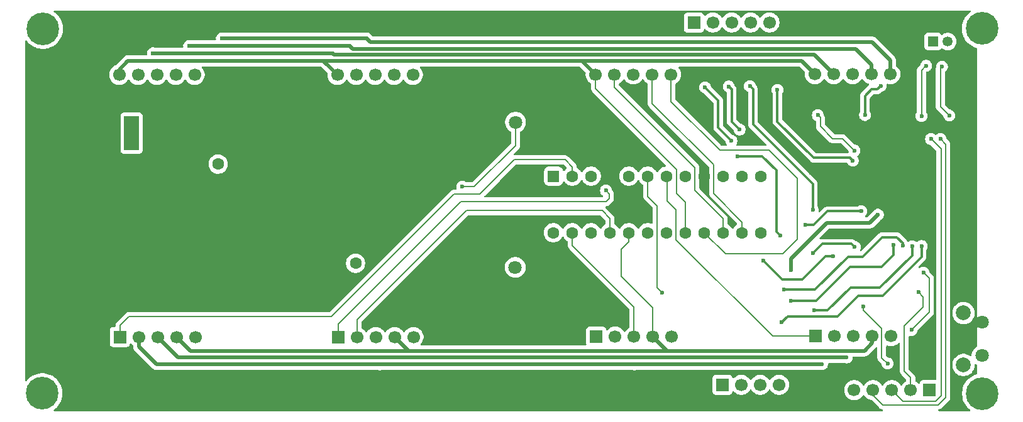
<source format=gbr>
%TF.GenerationSoftware,KiCad,Pcbnew,9.0.2*%
%TF.CreationDate,2025-06-20T14:11:32+05:30*%
%TF.ProjectId,clock,636c6f63-6b2e-46b6-9963-61645f706362,rev?*%
%TF.SameCoordinates,Original*%
%TF.FileFunction,Copper,L1,Top*%
%TF.FilePolarity,Positive*%
%FSLAX46Y46*%
G04 Gerber Fmt 4.6, Leading zero omitted, Abs format (unit mm)*
G04 Created by KiCad (PCBNEW 9.0.2) date 2025-06-20 14:11:32*
%MOMM*%
%LPD*%
G01*
G04 APERTURE LIST*
G04 Aperture macros list*
%AMRoundRect*
0 Rectangle with rounded corners*
0 $1 Rounding radius*
0 $2 $3 $4 $5 $6 $7 $8 $9 X,Y pos of 4 corners*
0 Add a 4 corners polygon primitive as box body*
4,1,4,$2,$3,$4,$5,$6,$7,$8,$9,$2,$3,0*
0 Add four circle primitives for the rounded corners*
1,1,$1+$1,$2,$3*
1,1,$1+$1,$4,$5*
1,1,$1+$1,$6,$7*
1,1,$1+$1,$8,$9*
0 Add four rect primitives between the rounded corners*
20,1,$1+$1,$2,$3,$4,$5,0*
20,1,$1+$1,$4,$5,$6,$7,0*
20,1,$1+$1,$6,$7,$8,$9,0*
20,1,$1+$1,$8,$9,$2,$3,0*%
G04 Aperture macros list end*
%TA.AperFunction,ComponentPad*%
%ADD10C,1.700000*%
%TD*%
%TA.AperFunction,ComponentPad*%
%ADD11R,1.700000X1.700000*%
%TD*%
%TA.AperFunction,ComponentPad*%
%ADD12R,1.350000X1.350000*%
%TD*%
%TA.AperFunction,ComponentPad*%
%ADD13C,1.350000*%
%TD*%
%TA.AperFunction,ComponentPad*%
%ADD14C,0.700000*%
%TD*%
%TA.AperFunction,ComponentPad*%
%ADD15C,4.400000*%
%TD*%
%TA.AperFunction,ComponentPad*%
%ADD16R,1.800000X1.800000*%
%TD*%
%TA.AperFunction,ComponentPad*%
%ADD17C,1.800000*%
%TD*%
%TA.AperFunction,HeatsinkPad*%
%ADD18C,0.600000*%
%TD*%
%TA.AperFunction,ComponentPad*%
%ADD19C,2.000000*%
%TD*%
%TA.AperFunction,ComponentPad*%
%ADD20RoundRect,0.250000X-0.550000X0.550000X-0.550000X-0.550000X0.550000X-0.550000X0.550000X0.550000X0*%
%TD*%
%TA.AperFunction,ComponentPad*%
%ADD21C,1.600000*%
%TD*%
%TA.AperFunction,ComponentPad*%
%ADD22R,2.000000X4.600000*%
%TD*%
%TA.AperFunction,ComponentPad*%
%ADD23O,2.000000X4.200000*%
%TD*%
%TA.AperFunction,ComponentPad*%
%ADD24O,4.200000X2.000000*%
%TD*%
%TA.AperFunction,ViaPad*%
%ADD25C,0.600000*%
%TD*%
%TA.AperFunction,Conductor*%
%ADD26C,0.200000*%
%TD*%
%TA.AperFunction,Conductor*%
%ADD27C,0.300000*%
%TD*%
%TA.AperFunction,Conductor*%
%ADD28C,0.500000*%
%TD*%
G04 APERTURE END LIST*
D10*
%TO.P,J5,6,Pin_6*%
%TO.N,GND*%
X145370000Y-94230000D03*
%TO.P,J5,5,Pin_5*%
%TO.N,/16*%
X142830000Y-94230000D03*
%TO.P,J5,4,Pin_4*%
%TO.N,/15*%
X140290000Y-94230000D03*
%TO.P,J5,3,Pin_3*%
%TO.N,/14*%
X137750000Y-94230000D03*
%TO.P,J5,2,Pin_2*%
%TO.N,/13*%
X135210000Y-94230000D03*
D11*
%TO.P,J5,1,Pin_1*%
%TO.N,/12*%
X132670000Y-94230000D03*
%TD*%
D12*
%TO.P,J4,1,Pin_1*%
%TO.N,/SDA*%
X164850000Y-96800000D03*
D13*
%TO.P,J4,2,Pin_2*%
%TO.N,/SCL*%
X166850000Y-96800000D03*
%TD*%
D11*
%TO.P,J2,1,Pin_1*%
%TO.N,/ADC_1*%
X136510000Y-143080000D03*
D10*
%TO.P,J2,2,Pin_2*%
%TO.N,/ADC_2*%
X139050000Y-143080000D03*
%TO.P,J2,3,Pin_3*%
%TO.N,/ADC_3*%
X141590000Y-143080000D03*
%TO.P,J2,4,Pin_4*%
%TO.N,/ADC_4*%
X144130000Y-143080000D03*
%TO.P,J2,5,Pin_5*%
%TO.N,GND*%
X146670000Y-143080000D03*
%TD*%
D14*
%TO.P,REF\u002A\u002A,1*%
%TO.N,N/C*%
X169820000Y-144260000D03*
X170303274Y-143093274D03*
X170303274Y-145426726D03*
X171470000Y-142610000D03*
D15*
X171470000Y-144260000D03*
D14*
X171470000Y-145910000D03*
X172636726Y-143093274D03*
X172636726Y-145426726D03*
X173120000Y-144260000D03*
%TD*%
D11*
%TO.P,U5,1,CC*%
%TO.N,/DIG_3*%
X149035000Y-136537500D03*
D10*
%TO.P,U5,2,E*%
%TO.N,/E*%
X151575000Y-136537500D03*
%TO.P,U5,3,D*%
%TO.N,/D*%
X154115000Y-136537500D03*
%TO.P,U5,4,C*%
%TO.N,/C*%
X156655000Y-136537500D03*
%TO.P,U5,5,CC*%
%TO.N,unconnected-(U5-CC-Pad5)*%
X159195000Y-136537500D03*
%TO.P,U5,6,B*%
%TO.N,/B*%
X159105000Y-101187500D03*
%TO.P,U5,7,A*%
%TO.N,/A*%
X156565000Y-101187500D03*
%TO.P,U5,8,DP*%
%TO.N,unconnected-(U5-DP-Pad8)*%
X154025000Y-101187500D03*
%TO.P,U5,9,F*%
%TO.N,/F*%
X151485000Y-101187500D03*
%TO.P,U5,10,G*%
%TO.N,/G*%
X148945000Y-101187500D03*
%TD*%
D16*
%TO.P,D2,1,K*%
%TO.N,GND*%
X106060000Y-127250000D03*
D17*
%TO.P,D2,2,A*%
%TO.N,/Sec*%
X108600000Y-127250000D03*
%TD*%
D14*
%TO.P,REF\u002A\u002A,1*%
%TO.N,N/C*%
X43350000Y-95080000D03*
X43833274Y-93913274D03*
X43833274Y-96246726D03*
X45000000Y-93430000D03*
D15*
X45000000Y-95080000D03*
D14*
X45000000Y-96730000D03*
X46166726Y-93913274D03*
X46166726Y-96246726D03*
X46650000Y-95080000D03*
%TD*%
D11*
%TO.P,U1,1,CC*%
%TO.N,/DIG_0*%
X55360000Y-136632500D03*
D10*
%TO.P,U1,2,E*%
%TO.N,/E*%
X57900000Y-136632500D03*
%TO.P,U1,3,D*%
%TO.N,/D*%
X60440000Y-136632500D03*
%TO.P,U1,4,C*%
%TO.N,/C*%
X62980000Y-136632500D03*
%TO.P,U1,5,CC*%
%TO.N,unconnected-(U1-CC-Pad5)*%
X65520000Y-136632500D03*
%TO.P,U1,6,B*%
%TO.N,/B*%
X65430000Y-101282500D03*
%TO.P,U1,7,A*%
%TO.N,/A*%
X62890000Y-101282500D03*
%TO.P,U1,8,DP*%
%TO.N,unconnected-(U1-DP-Pad8)*%
X60350000Y-101282500D03*
%TO.P,U1,9,F*%
%TO.N,/F*%
X57810000Y-101282500D03*
%TO.P,U1,10,G*%
%TO.N,/G*%
X55270000Y-101282500D03*
%TD*%
D11*
%TO.P,U2,1,CC*%
%TO.N,/DIG_1*%
X84740000Y-136640000D03*
D10*
%TO.P,U2,2,E*%
%TO.N,/E*%
X87280000Y-136640000D03*
%TO.P,U2,3,D*%
%TO.N,/D*%
X89820000Y-136640000D03*
%TO.P,U2,4,C*%
%TO.N,/C*%
X92360000Y-136640000D03*
%TO.P,U2,5,CC*%
%TO.N,unconnected-(U2-CC-Pad5)*%
X94900000Y-136640000D03*
%TO.P,U2,6,B*%
%TO.N,/B*%
X94810000Y-101290000D03*
%TO.P,U2,7,A*%
%TO.N,/A*%
X92270000Y-101290000D03*
%TO.P,U2,8,DP*%
%TO.N,unconnected-(U2-DP-Pad8)*%
X89730000Y-101290000D03*
%TO.P,U2,9,F*%
%TO.N,/F*%
X87190000Y-101290000D03*
%TO.P,U2,10,G*%
%TO.N,/G*%
X84650000Y-101290000D03*
%TD*%
D16*
%TO.P,D1,1,K*%
%TO.N,GND*%
X106100000Y-107680000D03*
D17*
%TO.P,D1,2,A*%
%TO.N,/Sec*%
X108640000Y-107680000D03*
%TD*%
D11*
%TO.P,U3,1,CC*%
%TO.N,/DIG_2*%
X119515000Y-136585000D03*
D10*
%TO.P,U3,2,E*%
%TO.N,/E*%
X122055000Y-136585000D03*
%TO.P,U3,3,D*%
%TO.N,/D*%
X124595000Y-136585000D03*
%TO.P,U3,4,C*%
%TO.N,/C*%
X127135000Y-136585000D03*
%TO.P,U3,5,CC*%
%TO.N,unconnected-(U3-CC-Pad5)*%
X129675000Y-136585000D03*
%TO.P,U3,6,B*%
%TO.N,/B*%
X129585000Y-101235000D03*
%TO.P,U3,7,A*%
%TO.N,/A*%
X127045000Y-101235000D03*
%TO.P,U3,8,DP*%
%TO.N,unconnected-(U3-DP-Pad8)*%
X124505000Y-101235000D03*
%TO.P,U3,9,F*%
%TO.N,/F*%
X121965000Y-101235000D03*
%TO.P,U3,10,G*%
%TO.N,/G*%
X119425000Y-101235000D03*
%TD*%
D14*
%TO.P,REF\u002A\u002A,1*%
%TO.N,N/C*%
X169780000Y-95040000D03*
X170263274Y-93873274D03*
X170263274Y-96206726D03*
X171430000Y-93390000D03*
D15*
X171430000Y-95040000D03*
D14*
X171430000Y-96690000D03*
X172596726Y-93873274D03*
X172596726Y-96206726D03*
X173080000Y-95040000D03*
%TD*%
%TO.P,REF\u002A\u002A,1*%
%TO.N,N/C*%
X43263274Y-144226726D03*
X43746548Y-143060000D03*
X43746548Y-145393452D03*
X44913274Y-142576726D03*
D15*
X44913274Y-144226726D03*
D14*
X44913274Y-145876726D03*
X46080000Y-143060000D03*
X46080000Y-145393452D03*
X46563274Y-144226726D03*
%TD*%
D11*
%TO.P,J3,1,Pin_1*%
%TO.N,/DTR*%
X164400000Y-143800000D03*
D10*
%TO.P,J3,2,Pin_2*%
%TO.N,/RTS*%
X161860000Y-143800000D03*
%TO.P,J3,3,Pin_3*%
%TO.N,/RXD0*%
X159320000Y-143800000D03*
%TO.P,J3,4,Pin_4*%
%TO.N,/TXD0*%
X156780000Y-143800000D03*
%TO.P,J3,5,Pin_5*%
%TO.N,+5V*%
X154240000Y-143800000D03*
%TO.P,J3,6,Pin_6*%
%TO.N,GND*%
X151700000Y-143800000D03*
%TD*%
D18*
%TO.P,U4,39,GND*%
%TO.N,GND*%
X161557500Y-119185000D03*
X163082500Y-119185000D03*
X160795000Y-118422500D03*
X162320000Y-118422500D03*
X163845000Y-118422500D03*
X161557500Y-117660000D03*
X163082500Y-117660000D03*
X160795000Y-116897500D03*
X162320000Y-116897500D03*
X163845000Y-116897500D03*
X161557500Y-116135000D03*
X163082500Y-116135000D03*
%TD*%
D17*
%TO.P,SW1,1,1*%
%TO.N,GND*%
X171450000Y-134650000D03*
%TO.P,SW1,2,2*%
%TO.N,/EN*%
X171450000Y-139150000D03*
D19*
%TO.P,SW1,M1,M1*%
%TO.N,unconnected-(SW1-PadM1)*%
X168950000Y-133400000D03*
%TO.P,SW1,M2,M2*%
%TO.N,unconnected-(SW1-PadM2)*%
X168950000Y-140400000D03*
%TD*%
D20*
%TO.P,U6,1,DIN*%
%TO.N,/MOSI*%
X113750000Y-114950000D03*
D21*
%TO.P,U6,2,DIG_0*%
%TO.N,/DIG_0*%
X116290000Y-114950000D03*
%TO.P,U6,3,DIG_4*%
%TO.N,unconnected-(U6-DIG_4-Pad3)*%
X118830000Y-114950000D03*
%TO.P,U6,4,GND*%
%TO.N,GND*%
X121370000Y-114950000D03*
%TO.P,U6,5,DIG_6*%
%TO.N,unconnected-(U6-DIG_6-Pad5)*%
X123910000Y-114950000D03*
%TO.P,U6,6,DIG_2*%
%TO.N,/DIG_2*%
X126450000Y-114950000D03*
%TO.P,U6,7,DIG_3*%
%TO.N,/DIG_3*%
X128990000Y-114950000D03*
%TO.P,U6,8,DIG_7*%
%TO.N,unconnected-(U6-DIG_7-Pad8)*%
X131530000Y-114950000D03*
%TO.P,U6,9,GND*%
%TO.N,GND*%
X134070000Y-114950000D03*
%TO.P,U6,10,DIG_5*%
%TO.N,unconnected-(U6-DIG_5-Pad10)*%
X136610000Y-114950000D03*
%TO.P,U6,11,DIG_1*%
%TO.N,/DIG_1*%
X139150000Y-114950000D03*
%TO.P,U6,12,~{CS}*%
%TO.N,/CS*%
X141690000Y-114950000D03*
%TO.P,U6,13,CLK*%
%TO.N,/CLK*%
X141690000Y-122570000D03*
%TO.P,U6,14,SEG_A*%
%TO.N,/A*%
X139150000Y-122570000D03*
%TO.P,U6,15,SEG_F*%
%TO.N,/F*%
X136610000Y-122570000D03*
%TO.P,U6,16,SEG_B*%
%TO.N,/B*%
X134070000Y-122570000D03*
%TO.P,U6,17,SEG_G*%
%TO.N,/G*%
X131530000Y-122570000D03*
%TO.P,U6,18,ISET*%
%TO.N,Net-(U6-ISET)*%
X128990000Y-122570000D03*
%TO.P,U6,19,V+*%
%TO.N,+5V*%
X126450000Y-122570000D03*
%TO.P,U6,20,SEG_C*%
%TO.N,/C*%
X123910000Y-122570000D03*
%TO.P,U6,21,SEG_E*%
%TO.N,/E*%
X121370000Y-122570000D03*
%TO.P,U6,22,SEG_DP*%
%TO.N,unconnected-(U6-SEG_DP-Pad22)*%
X118830000Y-122570000D03*
%TO.P,U6,23,SEG_D*%
%TO.N,/D*%
X116290000Y-122570000D03*
%TO.P,U6,24,DOUT*%
%TO.N,unconnected-(U6-DOUT-Pad24)*%
X113750000Y-122570000D03*
%TD*%
%TO.P,C3,1*%
%TO.N,/pwr_in*%
X68590000Y-113327500D03*
%TO.P,C3,2*%
%TO.N,GND*%
X68590000Y-110827500D03*
%TD*%
D22*
%TO.P,J1,1*%
%TO.N,Net-(D3-A)*%
X56940000Y-109150000D03*
D23*
%TO.P,J1,2*%
%TO.N,GND*%
X50640000Y-109150000D03*
D24*
%TO.P,J1,3*%
X54040000Y-104350000D03*
%TD*%
D21*
%TO.P,C9,1*%
%TO.N,+5V*%
X87100000Y-126700000D03*
%TO.P,C9,2*%
%TO.N,GND*%
X84600000Y-126700000D03*
%TD*%
D25*
%TO.N,GND*%
X169920000Y-135920000D03*
%TO.N,/2*%
X149340000Y-106730000D03*
X154280000Y-111500000D03*
%TO.N,GND*%
X116120000Y-127430000D03*
%TO.N,/12*%
X144320000Y-122930000D03*
X142020000Y-126350000D03*
X151380000Y-125740000D03*
X138520000Y-112240000D03*
X137720000Y-110190000D03*
X134160000Y-102970000D03*
%TO.N,/13*%
X147650000Y-121530000D03*
X138815000Y-108655000D03*
X137355000Y-102865000D03*
X155210000Y-119680000D03*
%TO.N,/14*%
X154320000Y-124500000D03*
X148660000Y-125350000D03*
X148660000Y-119510000D03*
X140190000Y-102810000D03*
%TO.N,/15*%
X154050000Y-112840000D03*
X143910000Y-103320000D03*
%TO.N,/16*%
X155700000Y-106700000D03*
X157800000Y-102760000D03*
%TO.N,GND*%
X101110000Y-123310000D03*
X162450000Y-138150000D03*
X57520000Y-121847500D03*
X92960000Y-116480000D03*
X169660000Y-124380000D03*
X96260000Y-112990000D03*
X169650000Y-110140000D03*
X81500000Y-116800000D03*
X92240000Y-105300000D03*
X83200000Y-122100000D03*
X65380000Y-115450000D03*
X56620000Y-121847500D03*
X99500000Y-112300000D03*
X134080000Y-106510000D03*
X153440000Y-122690000D03*
X148470000Y-114450000D03*
X67690000Y-125570000D03*
%TO.N,/EN*%
X161960000Y-135690000D03*
X163590000Y-127950000D03*
%TO.N,/RXD0*%
X164580000Y-109950000D03*
%TO.N,/DTR*%
X155500000Y-132530000D03*
X158730000Y-140200000D03*
%TO.N,/TXD0*%
X165850000Y-109940000D03*
%TO.N,/RTS*%
X162900000Y-130600000D03*
%TO.N,/A*%
X64700000Y-97390000D03*
X122700000Y-97770000D03*
X86300000Y-97390000D03*
%TO.N,/F*%
X117660000Y-98570000D03*
X59800000Y-98390000D03*
X83990000Y-98390000D03*
%TO.N,/B*%
X69100000Y-96380000D03*
X88590000Y-96380000D03*
X125890000Y-96900000D03*
%TO.N,/E*%
X90340000Y-140340000D03*
X149910000Y-140310000D03*
X124671157Y-140339999D03*
%TO.N,/D*%
X153220000Y-139390000D03*
X92620000Y-139400000D03*
X128440000Y-139390000D03*
%TO.N,/DIG_2*%
X128370000Y-130620000D03*
%TO.N,/DIG_1*%
X120810000Y-116890000D03*
%TO.N,/Sec*%
X101470000Y-116380000D03*
%TO.N,/CLK*%
X157430000Y-120150000D03*
X145720000Y-127640000D03*
%TO.N,/ADC_4*%
X162040000Y-124400000D03*
X148830000Y-133030000D03*
%TO.N,/ADC_1*%
X144830000Y-130270000D03*
X160770000Y-124320000D03*
%TO.N,/ADC_3*%
X144490000Y-134650000D03*
X163310000Y-124370000D03*
%TO.N,/ADC_2*%
X145700000Y-131760000D03*
X159500000Y-124240000D03*
%TO.N,/SDA*%
X163300000Y-106830000D03*
X163930000Y-100070000D03*
%TO.N,/SCL*%
X166060000Y-100190000D03*
X167060000Y-106780000D03*
%TD*%
D26*
%TO.N,GND*%
X170180000Y-135920000D02*
X169920000Y-135920000D01*
X171450000Y-134650000D02*
X170180000Y-135920000D01*
%TO.N,/2*%
X151330000Y-109900000D02*
X152680000Y-109900000D01*
X152680000Y-109900000D02*
X154280000Y-111500000D01*
X149680000Y-108250000D02*
X151330000Y-109900000D01*
X149680000Y-107070000D02*
X149680000Y-108250000D01*
X149340000Y-106730000D02*
X149680000Y-107070000D01*
D27*
%TO.N,/15*%
X153700000Y-112490000D02*
X154050000Y-112840000D01*
X148810000Y-112490000D02*
X153700000Y-112490000D01*
X143910000Y-107590000D02*
X148810000Y-112490000D01*
X143910000Y-103320000D02*
X143910000Y-107590000D01*
%TO.N,/14*%
X148660000Y-116010000D02*
X148660000Y-119510000D01*
X140620000Y-107970000D02*
X148660000Y-116010000D01*
X140620000Y-103240000D02*
X140620000Y-107970000D01*
X140190000Y-102810000D02*
X140620000Y-103240000D01*
%TO.N,/13*%
X137750000Y-107590000D02*
X138815000Y-108655000D01*
X137750000Y-103260000D02*
X137750000Y-107590000D01*
X137355000Y-102865000D02*
X137750000Y-103260000D01*
%TO.N,/ADC_3*%
X163310000Y-125840000D02*
X163310000Y-124370000D01*
X154770000Y-131080000D02*
X158070000Y-131080000D01*
X158070000Y-131080000D02*
X163310000Y-125840000D01*
X144490000Y-134650000D02*
X145270000Y-133870000D01*
X145270000Y-133870000D02*
X151980000Y-133870000D01*
X151980000Y-133870000D02*
X154770000Y-131080000D01*
%TO.N,/ADC_4*%
X150680000Y-133030000D02*
X148830000Y-133030000D01*
X153740000Y-129970000D02*
X150680000Y-133030000D01*
X157690000Y-129970000D02*
X153740000Y-129970000D01*
X162040000Y-124400000D02*
X162040000Y-125620000D01*
X162040000Y-125620000D02*
X157690000Y-129970000D01*
%TO.N,/ADC_1*%
X148940000Y-130270000D02*
X144830000Y-130270000D01*
X153400000Y-125810000D02*
X148940000Y-130270000D01*
X157990000Y-123170000D02*
X155350000Y-125810000D01*
X155350000Y-125810000D02*
X153400000Y-125810000D01*
X160770000Y-123950000D02*
X159990000Y-123170000D01*
X159990000Y-123170000D02*
X157990000Y-123170000D01*
X160770000Y-124320000D02*
X160770000Y-123950000D01*
%TO.N,/ADC_2*%
X149150000Y-131760000D02*
X145700000Y-131760000D01*
X153730000Y-127180000D02*
X149150000Y-131760000D01*
X157920000Y-127180000D02*
X153730000Y-127180000D01*
X159500000Y-125600000D02*
X157920000Y-127180000D01*
X159500000Y-124240000D02*
X159500000Y-125600000D01*
%TO.N,/16*%
X155700000Y-104140000D02*
X155700000Y-106700000D01*
X156600000Y-103240000D02*
X155700000Y-104140000D01*
X157330000Y-103240000D02*
X156600000Y-103240000D01*
X157800000Y-102770000D02*
X157330000Y-103240000D01*
X157800000Y-102760000D02*
X157800000Y-102770000D01*
%TO.N,/14*%
X149930000Y-124080000D02*
X148660000Y-125350000D01*
X153900000Y-124080000D02*
X149930000Y-124080000D01*
X154320000Y-124500000D02*
X153900000Y-124080000D01*
%TO.N,/12*%
X150390000Y-125740000D02*
X147260000Y-128870000D01*
X151380000Y-125740000D02*
X150390000Y-125740000D01*
X147260000Y-128870000D02*
X144540000Y-128870000D01*
X144540000Y-128870000D02*
X142020000Y-126350000D01*
%TO.N,/13*%
X148820000Y-121530000D02*
X150670000Y-119680000D01*
X147650000Y-121530000D02*
X148820000Y-121530000D01*
X150670000Y-119680000D02*
X155210000Y-119680000D01*
%TO.N,/12*%
X143790000Y-114160000D02*
X143790000Y-114230000D01*
X141870000Y-112240000D02*
X143790000Y-114160000D01*
X138520000Y-112240000D02*
X141870000Y-112240000D01*
X143790000Y-122400000D02*
X144320000Y-122930000D01*
X143790000Y-114230000D02*
X143790000Y-122400000D01*
X135950000Y-108420000D02*
X135950000Y-104760000D01*
X135950000Y-104760000D02*
X134160000Y-102970000D01*
X137720000Y-110190000D02*
X135950000Y-108420000D01*
D28*
%TO.N,/B*%
X159105000Y-99315000D02*
X159105000Y-101187500D01*
X125890000Y-96900000D02*
X156690000Y-96900000D01*
X156690000Y-96900000D02*
X159105000Y-99315000D01*
X125880000Y-96890000D02*
X125890000Y-96900000D01*
X89100000Y-96890000D02*
X125880000Y-96890000D01*
X88590000Y-96380000D02*
X89100000Y-96890000D01*
%TO.N,/A*%
X86680000Y-97770000D02*
X86300000Y-97390000D01*
X122700000Y-97770000D02*
X86680000Y-97770000D01*
X156565000Y-99905000D02*
X156565000Y-101187500D01*
X154430000Y-97770000D02*
X156565000Y-99905000D01*
X122700000Y-97770000D02*
X154430000Y-97770000D01*
%TO.N,/F*%
X117650000Y-98560000D02*
X117660000Y-98570000D01*
X83990000Y-98390000D02*
X84160000Y-98560000D01*
X84160000Y-98560000D02*
X117650000Y-98560000D01*
X117660000Y-98570000D02*
X148867500Y-98570000D01*
X148867500Y-98570000D02*
X151485000Y-101187500D01*
D26*
%TO.N,/TXD0*%
X158100000Y-145800000D02*
X156780000Y-144480000D01*
X165550000Y-145800000D02*
X158100000Y-145800000D01*
X156780000Y-144480000D02*
X156780000Y-143800000D01*
X166590000Y-144760000D02*
X165550000Y-145800000D01*
X166590000Y-110680000D02*
X166590000Y-144760000D01*
X165850000Y-109940000D02*
X166590000Y-110680000D01*
%TO.N,/RXD0*%
X165200000Y-145300000D02*
X160820000Y-145300000D01*
X165930000Y-144570000D02*
X165200000Y-145300000D01*
X165930000Y-111300000D02*
X165930000Y-144570000D01*
X164580000Y-109950000D02*
X165930000Y-111300000D01*
X160820000Y-145300000D02*
X159320000Y-143800000D01*
%TO.N,/EN*%
X164360000Y-128720000D02*
X163590000Y-127950000D01*
X164360000Y-133290000D02*
X164360000Y-128720000D01*
X161960000Y-135690000D02*
X164360000Y-133290000D01*
%TO.N,/RXD0*%
X159970000Y-144350000D02*
X159970000Y-143590000D01*
%TO.N,/DTR*%
X157950000Y-139420000D02*
X158730000Y-140200000D01*
X157950000Y-135450000D02*
X157950000Y-139420000D01*
X155500000Y-133000000D02*
X157950000Y-135450000D01*
X155500000Y-132530000D02*
X155500000Y-133000000D01*
%TO.N,/RTS*%
X161000000Y-141250000D02*
X161860000Y-142110000D01*
X163550000Y-132600000D02*
X161000000Y-135150000D01*
X161860000Y-142110000D02*
X161860000Y-143800000D01*
X161000000Y-135150000D02*
X161000000Y-141250000D01*
X162900000Y-130600000D02*
X163550000Y-131250000D01*
X163550000Y-131250000D02*
X163550000Y-132600000D01*
D28*
%TO.N,/C*%
X155600000Y-138510000D02*
X129410000Y-138510000D01*
X129410000Y-138510000D02*
X129060000Y-138510000D01*
D26*
X122900000Y-124800000D02*
X123910000Y-123790000D01*
D28*
X95100000Y-138510000D02*
X64857500Y-138510000D01*
D26*
X123910000Y-123790000D02*
X123910000Y-122570000D01*
X122900000Y-128493956D02*
X122900000Y-124800000D01*
X127135000Y-132728956D02*
X122900000Y-128493956D01*
D28*
X156655000Y-137455000D02*
X155600000Y-138510000D01*
X129060000Y-138510000D02*
X127135000Y-136585000D01*
X94230000Y-138510000D02*
X92360000Y-136640000D01*
X64857500Y-138510000D02*
X62980000Y-136632500D01*
X129410000Y-138510000D02*
X95100000Y-138510000D01*
X156655000Y-136537500D02*
X156655000Y-137455000D01*
X95100000Y-138510000D02*
X94230000Y-138510000D01*
D26*
X127135000Y-136585000D02*
X127135000Y-132728956D01*
%TO.N,/A*%
X127045000Y-101235000D02*
X127045000Y-105155000D01*
X139150000Y-121130000D02*
X139150000Y-122570000D01*
X135310000Y-113420000D02*
X135310000Y-117290000D01*
D28*
X64700000Y-97390000D02*
X86300000Y-97390000D01*
X86300000Y-97390000D02*
X86310000Y-97390000D01*
D26*
X135310000Y-117290000D02*
X139150000Y-121130000D01*
X127045000Y-105155000D02*
X135310000Y-113420000D01*
D28*
%TO.N,/F*%
X59800000Y-98390000D02*
X83990000Y-98390000D01*
D26*
X121965000Y-102955000D02*
X132810000Y-113800000D01*
X121965000Y-101235000D02*
X121965000Y-102955000D01*
X132810000Y-116870000D02*
X136610000Y-120670000D01*
X136610000Y-120670000D02*
X136610000Y-122570000D01*
X132810000Y-113800000D02*
X132810000Y-116870000D01*
%TO.N,/B*%
X129580000Y-101240000D02*
X129580000Y-104900000D01*
X136130000Y-111450000D02*
X142790000Y-111450000D01*
X142790000Y-111450000D02*
X146560000Y-115220000D01*
X146560000Y-123490000D02*
X144630000Y-125420000D01*
X136920000Y-125420000D02*
X134070000Y-122570000D01*
X129580000Y-104900000D02*
X136130000Y-111450000D01*
D28*
X69100000Y-96380000D02*
X88590000Y-96380000D01*
D26*
X129585000Y-101235000D02*
X129580000Y-101240000D01*
X144630000Y-125420000D02*
X136920000Y-125420000D01*
X146560000Y-115220000D02*
X146560000Y-123490000D01*
%TO.N,/E*%
X121370000Y-120670000D02*
X121370000Y-122570000D01*
D28*
X149910000Y-140310000D02*
X124660000Y-140310000D01*
D26*
X87280000Y-134330000D02*
X102010000Y-119600000D01*
D28*
X60290000Y-140340000D02*
X57900000Y-137950000D01*
X57900000Y-137950000D02*
X57900000Y-136632500D01*
X90340000Y-140340000D02*
X60290000Y-140340000D01*
X90340000Y-140340000D02*
X90340001Y-140339999D01*
D26*
X120300000Y-119600000D02*
X121370000Y-120670000D01*
D28*
X124671157Y-140339999D02*
X90340000Y-140340000D01*
D26*
X102010000Y-119600000D02*
X120300000Y-119600000D01*
X87280000Y-136640000D02*
X87280000Y-134330000D01*
%TO.N,/G*%
X119425000Y-103165000D02*
X130300000Y-114040000D01*
D28*
X82760000Y-99400000D02*
X84650000Y-101290000D01*
X147157500Y-99400000D02*
X148945000Y-101187500D01*
X55270000Y-101282500D02*
X55270000Y-100570000D01*
X82760000Y-99400000D02*
X117590000Y-99400000D01*
D26*
X130300000Y-114040000D02*
X130300000Y-117260000D01*
D28*
X55270000Y-100570000D02*
X56440000Y-99400000D01*
X117590000Y-99400000D02*
X147157500Y-99400000D01*
X56440000Y-99400000D02*
X82760000Y-99400000D01*
D26*
X130300000Y-117260000D02*
X131530000Y-118490000D01*
X119425000Y-101235000D02*
X119425000Y-103165000D01*
D28*
X117590000Y-99400000D02*
X119425000Y-101235000D01*
D26*
X131530000Y-118490000D02*
X131530000Y-122570000D01*
D28*
%TO.N,/D*%
X63207500Y-139400000D02*
X60440000Y-136632500D01*
D26*
X116290000Y-124300000D02*
X116290000Y-122570000D01*
D28*
X92620000Y-139400000D02*
X63207500Y-139400000D01*
X92630000Y-139390000D02*
X92620000Y-139400000D01*
X128440000Y-139390000D02*
X92630000Y-139390000D01*
D26*
X124595000Y-136585000D02*
X124595000Y-132605000D01*
X124595000Y-132605000D02*
X116290000Y-124300000D01*
D28*
X153220000Y-139390000D02*
X128440000Y-139390000D01*
D26*
%TO.N,/DIG_3*%
X129050000Y-115010000D02*
X128990000Y-114950000D01*
X130260000Y-119490000D02*
X129050000Y-118280000D01*
X129050000Y-118280000D02*
X129050000Y-115010000D01*
X149035000Y-136537500D02*
X143267500Y-136537500D01*
X143267500Y-136537500D02*
X130260000Y-123530000D01*
X130260000Y-123530000D02*
X130260000Y-119490000D01*
%TO.N,/DIG_2*%
X127720000Y-129970000D02*
X127720000Y-118940000D01*
X127720000Y-118940000D02*
X126450000Y-117670000D01*
X128370000Y-130620000D02*
X127720000Y-129970000D01*
X126450000Y-117670000D02*
X126450000Y-114950000D01*
%TO.N,/DIG_0*%
X116290000Y-113720000D02*
X116290000Y-114950000D01*
X103800000Y-117400000D02*
X108460000Y-112740000D01*
X56580000Y-133870000D02*
X83860000Y-133870000D01*
X83860000Y-133870000D02*
X100330000Y-117400000D01*
X108460000Y-112740000D02*
X115310000Y-112740000D01*
X115310000Y-112740000D02*
X116290000Y-113720000D01*
X55360000Y-135090000D02*
X56580000Y-133870000D01*
X55360000Y-136632500D02*
X55360000Y-135090000D01*
X100330000Y-117400000D02*
X103800000Y-117400000D01*
%TO.N,/DIG_1*%
X121290000Y-117950000D02*
X120840000Y-118400000D01*
X101240000Y-118400000D02*
X84740000Y-134900000D01*
X120810000Y-116890000D02*
X121290000Y-117370000D01*
X121290000Y-117370000D02*
X121290000Y-117950000D01*
X84740000Y-134900000D02*
X84740000Y-136640000D01*
X120840000Y-118400000D02*
X101240000Y-118400000D01*
%TO.N,/Sec*%
X103090000Y-116380000D02*
X108640000Y-110830000D01*
X108640000Y-110830000D02*
X108640000Y-107680000D01*
X101470000Y-116380000D02*
X103090000Y-116380000D01*
D28*
%TO.N,/CLK*%
X145720000Y-126080000D02*
X150570000Y-121230000D01*
X150570000Y-121230000D02*
X156350000Y-121230000D01*
X145720000Y-127640000D02*
X145720000Y-126080000D01*
X156350000Y-121230000D02*
X157430000Y-120150000D01*
D26*
%TO.N,/SDA*%
X163300000Y-100670000D02*
X163890000Y-100080000D01*
X163300000Y-106830000D02*
X163300000Y-100670000D01*
%TO.N,/SCL*%
X165840000Y-101430000D02*
X165840000Y-100410000D01*
X167060000Y-106780000D02*
X165840000Y-105560000D01*
X165840000Y-100410000D02*
X166060000Y-100190000D01*
X167060000Y-106570000D02*
X167060000Y-106780000D01*
X165840000Y-105560000D02*
X165840000Y-101430000D01*
%TD*%
%TA.AperFunction,Conductor*%
%TO.N,GND*%
G36*
X169873246Y-92620185D02*
G01*
X169919001Y-92672989D01*
X169928945Y-92742147D01*
X169899920Y-92805703D01*
X169872179Y-92829494D01*
X169864837Y-92834107D01*
X169627696Y-93023220D01*
X169413220Y-93237696D01*
X169224107Y-93474837D01*
X169062733Y-93731661D01*
X168931133Y-94004931D01*
X168830957Y-94291216D01*
X168830953Y-94291228D01*
X168763460Y-94586937D01*
X168763457Y-94586951D01*
X168729500Y-94888336D01*
X168729500Y-95191663D01*
X168763457Y-95493048D01*
X168763460Y-95493062D01*
X168830953Y-95788771D01*
X168830957Y-95788783D01*
X168931133Y-96075068D01*
X169062733Y-96348338D01*
X169062735Y-96348341D01*
X169224108Y-96605164D01*
X169413221Y-96842304D01*
X169627696Y-97056779D01*
X169864836Y-97245892D01*
X170121659Y-97407265D01*
X170394935Y-97538868D01*
X170572844Y-97601120D01*
X170679598Y-97638476D01*
X170736374Y-97679197D01*
X170762121Y-97744150D01*
X170762643Y-97755476D01*
X170775886Y-137845988D01*
X170756224Y-137913034D01*
X170719606Y-137948891D01*
X170719919Y-137949321D01*
X170717006Y-137951436D01*
X170716687Y-137951750D01*
X170715975Y-137952186D01*
X170537641Y-138081752D01*
X170537636Y-138081756D01*
X170381756Y-138237636D01*
X170381752Y-138237641D01*
X170252187Y-138415974D01*
X170152104Y-138612393D01*
X170152103Y-138612396D01*
X170083985Y-138822047D01*
X170049500Y-139039778D01*
X170049500Y-139100750D01*
X170029815Y-139167789D01*
X169977011Y-139213544D01*
X169907853Y-139223488D01*
X169852614Y-139201068D01*
X169816850Y-139175084D01*
X169736433Y-139116657D01*
X169705214Y-139100750D01*
X169525996Y-139009433D01*
X169301368Y-138936446D01*
X169068097Y-138899500D01*
X169068092Y-138899500D01*
X168831908Y-138899500D01*
X168831903Y-138899500D01*
X168598631Y-138936446D01*
X168374003Y-139009433D01*
X168163566Y-139116657D01*
X168054550Y-139195862D01*
X167972490Y-139255483D01*
X167972488Y-139255485D01*
X167972487Y-139255485D01*
X167805485Y-139422487D01*
X167805485Y-139422488D01*
X167805483Y-139422490D01*
X167749856Y-139499054D01*
X167666657Y-139613566D01*
X167559433Y-139824003D01*
X167486446Y-140048631D01*
X167449500Y-140281902D01*
X167449500Y-140518097D01*
X167486446Y-140751368D01*
X167559433Y-140975996D01*
X167658762Y-141170939D01*
X167666657Y-141186433D01*
X167805483Y-141377510D01*
X167972490Y-141544517D01*
X168163567Y-141683343D01*
X168250933Y-141727858D01*
X168374003Y-141790566D01*
X168374005Y-141790566D01*
X168374008Y-141790568D01*
X168490575Y-141828443D01*
X168598631Y-141863553D01*
X168831903Y-141900500D01*
X168831908Y-141900500D01*
X169068097Y-141900500D01*
X169301368Y-141863553D01*
X169313968Y-141859459D01*
X169525992Y-141790568D01*
X169736433Y-141683343D01*
X169927510Y-141544517D01*
X170094517Y-141377510D01*
X170233343Y-141186433D01*
X170340568Y-140975992D01*
X170413553Y-140751368D01*
X170420059Y-140710289D01*
X170450500Y-140518097D01*
X170450500Y-140398298D01*
X170453952Y-140386540D01*
X170452837Y-140374337D01*
X170463612Y-140353642D01*
X170470185Y-140331259D01*
X170479445Y-140323235D01*
X170485105Y-140312365D01*
X170505358Y-140300780D01*
X170522989Y-140285504D01*
X170535117Y-140283760D01*
X170545755Y-140277676D01*
X170569054Y-140278880D01*
X170592147Y-140275560D01*
X170605007Y-140280739D01*
X170615531Y-140281283D01*
X170645936Y-140297220D01*
X170646836Y-140297583D01*
X170647113Y-140297782D01*
X170715978Y-140347815D01*
X170718720Y-140349212D01*
X170725083Y-140353782D01*
X170743888Y-140377896D01*
X170764406Y-140400568D01*
X170765584Y-140405715D01*
X170768051Y-140408878D01*
X170769207Y-140421535D01*
X170776747Y-140454456D01*
X170777110Y-141553376D01*
X170757448Y-141620422D01*
X170704659Y-141666194D01*
X170694065Y-141670458D01*
X170434931Y-141761133D01*
X170161661Y-141892733D01*
X169904837Y-142054107D01*
X169667696Y-142243220D01*
X169453220Y-142457696D01*
X169264107Y-142694837D01*
X169102733Y-142951661D01*
X168971133Y-143224931D01*
X168870957Y-143511216D01*
X168870953Y-143511228D01*
X168803460Y-143806937D01*
X168803457Y-143806951D01*
X168769500Y-144108336D01*
X168769500Y-144411663D01*
X168803457Y-144713048D01*
X168803460Y-144713062D01*
X168870953Y-145008771D01*
X168870957Y-145008783D01*
X168971133Y-145295068D01*
X169102733Y-145568338D01*
X169102735Y-145568341D01*
X169264108Y-145825164D01*
X169453221Y-146062304D01*
X169667696Y-146276779D01*
X169822838Y-146400501D01*
X169845475Y-146418553D01*
X169885615Y-146475741D01*
X169888465Y-146545553D01*
X169853120Y-146605823D01*
X169790801Y-146637416D01*
X169768162Y-146639500D01*
X165678973Y-146639500D01*
X165665400Y-146635514D01*
X165651279Y-146636368D01*
X165632540Y-146625865D01*
X165611934Y-146619815D01*
X165602671Y-146609125D01*
X165590329Y-146602208D01*
X165580242Y-146583241D01*
X165566179Y-146567011D01*
X165564165Y-146553010D01*
X165557523Y-146540519D01*
X165559291Y-146519112D01*
X165556235Y-146497853D01*
X165562112Y-146484983D01*
X165563277Y-146470887D01*
X165576336Y-146453837D01*
X165585260Y-146434297D01*
X165597998Y-146425556D01*
X165605763Y-146415419D01*
X165628977Y-146404299D01*
X165636924Y-146398847D01*
X165641831Y-146397077D01*
X165781785Y-146359577D01*
X165831904Y-146330639D01*
X165918716Y-146280520D01*
X166030520Y-146168716D01*
X166030520Y-146168714D01*
X166040728Y-146158507D01*
X166040730Y-146158504D01*
X166948506Y-145250728D01*
X166948511Y-145250724D01*
X166958714Y-145240520D01*
X166958716Y-145240520D01*
X167070520Y-145128716D01*
X167129692Y-145026226D01*
X167149577Y-144991785D01*
X167190500Y-144839057D01*
X167190500Y-144680943D01*
X167190500Y-133281902D01*
X167449500Y-133281902D01*
X167449500Y-133518097D01*
X167486446Y-133751368D01*
X167559433Y-133975996D01*
X167642849Y-134139707D01*
X167666657Y-134186433D01*
X167805483Y-134377510D01*
X167972490Y-134544517D01*
X168163567Y-134683343D01*
X168238042Y-134721290D01*
X168374003Y-134790566D01*
X168374005Y-134790566D01*
X168374008Y-134790568D01*
X168494412Y-134829689D01*
X168598631Y-134863553D01*
X168831903Y-134900500D01*
X168831908Y-134900500D01*
X169068097Y-134900500D01*
X169301368Y-134863553D01*
X169525992Y-134790568D01*
X169736433Y-134683343D01*
X169927510Y-134544517D01*
X170094517Y-134377510D01*
X170233343Y-134186433D01*
X170340568Y-133975992D01*
X170413553Y-133751368D01*
X170450500Y-133518097D01*
X170450500Y-133281902D01*
X170413553Y-133048631D01*
X170368242Y-132909179D01*
X170340568Y-132824008D01*
X170340566Y-132824005D01*
X170340566Y-132824003D01*
X170274356Y-132694060D01*
X170233343Y-132613567D01*
X170094517Y-132422490D01*
X169927510Y-132255483D01*
X169736433Y-132116657D01*
X169525996Y-132009433D01*
X169301368Y-131936446D01*
X169068097Y-131899500D01*
X169068092Y-131899500D01*
X168831908Y-131899500D01*
X168831903Y-131899500D01*
X168598631Y-131936446D01*
X168374003Y-132009433D01*
X168163566Y-132116657D01*
X168054550Y-132195862D01*
X167972490Y-132255483D01*
X167972488Y-132255485D01*
X167972487Y-132255485D01*
X167805485Y-132422487D01*
X167805485Y-132422488D01*
X167805483Y-132422490D01*
X167771408Y-132469390D01*
X167666657Y-132613566D01*
X167559433Y-132824003D01*
X167486446Y-133048631D01*
X167449500Y-133281902D01*
X167190500Y-133281902D01*
X167190500Y-110769059D01*
X167190501Y-110769046D01*
X167190501Y-110600945D01*
X167190501Y-110600943D01*
X167149577Y-110448215D01*
X167110045Y-110379744D01*
X167070520Y-110311284D01*
X166958716Y-110199480D01*
X166958715Y-110199479D01*
X166954385Y-110195149D01*
X166954374Y-110195139D01*
X166684574Y-109925339D01*
X166651089Y-109864016D01*
X166650638Y-109861849D01*
X166632595Y-109771147D01*
X166619737Y-109706503D01*
X166619735Y-109706498D01*
X166559397Y-109560827D01*
X166559390Y-109560814D01*
X166471789Y-109429711D01*
X166471786Y-109429707D01*
X166360292Y-109318213D01*
X166360288Y-109318210D01*
X166229185Y-109230609D01*
X166229172Y-109230602D01*
X166083501Y-109170264D01*
X166083489Y-109170261D01*
X165928845Y-109139500D01*
X165928842Y-109139500D01*
X165771158Y-109139500D01*
X165771155Y-109139500D01*
X165616510Y-109170261D01*
X165616498Y-109170264D01*
X165470827Y-109230602D01*
X165470814Y-109230609D01*
X165339711Y-109318210D01*
X165339707Y-109318213D01*
X165297681Y-109360240D01*
X165236358Y-109393725D01*
X165166666Y-109388741D01*
X165122319Y-109360240D01*
X165090292Y-109328213D01*
X165090288Y-109328210D01*
X164959185Y-109240609D01*
X164959172Y-109240602D01*
X164813501Y-109180264D01*
X164813489Y-109180261D01*
X164658845Y-109149500D01*
X164658842Y-109149500D01*
X164501158Y-109149500D01*
X164501155Y-109149500D01*
X164346510Y-109180261D01*
X164346498Y-109180264D01*
X164200827Y-109240602D01*
X164200814Y-109240609D01*
X164069711Y-109328210D01*
X164069707Y-109328213D01*
X163958213Y-109439707D01*
X163958210Y-109439711D01*
X163870609Y-109570814D01*
X163870602Y-109570827D01*
X163810264Y-109716498D01*
X163810261Y-109716510D01*
X163779500Y-109871153D01*
X163779500Y-110028846D01*
X163810261Y-110183489D01*
X163810264Y-110183501D01*
X163870602Y-110329172D01*
X163870609Y-110329185D01*
X163958210Y-110460288D01*
X163958213Y-110460292D01*
X164069707Y-110571786D01*
X164069711Y-110571789D01*
X164200814Y-110659390D01*
X164200827Y-110659397D01*
X164317812Y-110707853D01*
X164346503Y-110719737D01*
X164411147Y-110732595D01*
X164501849Y-110750638D01*
X164563760Y-110783023D01*
X164565339Y-110784574D01*
X165293181Y-111512416D01*
X165326666Y-111573739D01*
X165329500Y-111600097D01*
X165329500Y-142325500D01*
X165309815Y-142392539D01*
X165257011Y-142438294D01*
X165205500Y-142449500D01*
X163502129Y-142449500D01*
X163502123Y-142449501D01*
X163442516Y-142455908D01*
X163307671Y-142506202D01*
X163307664Y-142506206D01*
X163192455Y-142592452D01*
X163192452Y-142592455D01*
X163106206Y-142707664D01*
X163106203Y-142707669D01*
X163057189Y-142839083D01*
X163015317Y-142895016D01*
X162949853Y-142919433D01*
X162881580Y-142904581D01*
X162853326Y-142883430D01*
X162739786Y-142769890D01*
X162567815Y-142644948D01*
X162567814Y-142644947D01*
X162528205Y-142624765D01*
X162477409Y-142576791D01*
X162460500Y-142514281D01*
X162460500Y-142199060D01*
X162460501Y-142199047D01*
X162460501Y-142030944D01*
X162448906Y-141987671D01*
X162419577Y-141878216D01*
X162408748Y-141859459D01*
X162340524Y-141741290D01*
X162340518Y-141741282D01*
X161636819Y-141037583D01*
X161603334Y-140976260D01*
X161600500Y-140949902D01*
X161600500Y-136585768D01*
X161620185Y-136518729D01*
X161672989Y-136472974D01*
X161742147Y-136463030D01*
X161748692Y-136464151D01*
X161881155Y-136490500D01*
X161881158Y-136490500D01*
X162038844Y-136490500D01*
X162038845Y-136490499D01*
X162193497Y-136459737D01*
X162339179Y-136399394D01*
X162470289Y-136311789D01*
X162581789Y-136200289D01*
X162669394Y-136069179D01*
X162670469Y-136066585D01*
X162694513Y-136008536D01*
X162729737Y-135923497D01*
X162760500Y-135768842D01*
X162760638Y-135768150D01*
X162793023Y-135706239D01*
X162794517Y-135704717D01*
X164840520Y-133658716D01*
X164919577Y-133521784D01*
X164960501Y-133369057D01*
X164960501Y-133210942D01*
X164960501Y-133203347D01*
X164960500Y-133203329D01*
X164960500Y-128640945D01*
X164960500Y-128640943D01*
X164919577Y-128488216D01*
X164903455Y-128460292D01*
X164840524Y-128351290D01*
X164840521Y-128351286D01*
X164840520Y-128351284D01*
X164728716Y-128239480D01*
X164728715Y-128239479D01*
X164724385Y-128235149D01*
X164724374Y-128235139D01*
X164424574Y-127935339D01*
X164391089Y-127874016D01*
X164390638Y-127871849D01*
X164360203Y-127718846D01*
X164359737Y-127716503D01*
X164302348Y-127577952D01*
X164299397Y-127570827D01*
X164299390Y-127570814D01*
X164211789Y-127439711D01*
X164211786Y-127439707D01*
X164100292Y-127328213D01*
X164100288Y-127328210D01*
X163969185Y-127240609D01*
X163969172Y-127240602D01*
X163823501Y-127180264D01*
X163823489Y-127180261D01*
X163668845Y-127149500D01*
X163668842Y-127149500D01*
X163511158Y-127149500D01*
X163511155Y-127149500D01*
X163356510Y-127180261D01*
X163356498Y-127180264D01*
X163210827Y-127240602D01*
X163210809Y-127240612D01*
X163107979Y-127309321D01*
X163041302Y-127330199D01*
X162973922Y-127311714D01*
X162927232Y-127259735D01*
X162916056Y-127190765D01*
X162943942Y-127126702D01*
X162951408Y-127118538D01*
X163815273Y-126254673D01*
X163815277Y-126254669D01*
X163886465Y-126148127D01*
X163935501Y-126029744D01*
X163937340Y-126020500D01*
X163942902Y-125992539D01*
X163960500Y-125904071D01*
X163960500Y-124874935D01*
X163980185Y-124807896D01*
X163981366Y-124806090D01*
X164019394Y-124749179D01*
X164079737Y-124603497D01*
X164110500Y-124448842D01*
X164110500Y-124291158D01*
X164110500Y-124291155D01*
X164110499Y-124291153D01*
X164096532Y-124220939D01*
X164079737Y-124136503D01*
X164073241Y-124120821D01*
X164019397Y-123990827D01*
X164019390Y-123990814D01*
X163931789Y-123859711D01*
X163931786Y-123859707D01*
X163820292Y-123748213D01*
X163820288Y-123748210D01*
X163689185Y-123660609D01*
X163689172Y-123660602D01*
X163543501Y-123600264D01*
X163543489Y-123600261D01*
X163388845Y-123569500D01*
X163388842Y-123569500D01*
X163231158Y-123569500D01*
X163231155Y-123569500D01*
X163076510Y-123600261D01*
X163076498Y-123600264D01*
X162930827Y-123660602D01*
X162930814Y-123660609D01*
X162799711Y-123748210D01*
X162799707Y-123748213D01*
X162747681Y-123800240D01*
X162686358Y-123833725D01*
X162616666Y-123828741D01*
X162572319Y-123800240D01*
X162550292Y-123778213D01*
X162550288Y-123778210D01*
X162419185Y-123690609D01*
X162419172Y-123690602D01*
X162273501Y-123630264D01*
X162273489Y-123630261D01*
X162118845Y-123599500D01*
X162118842Y-123599500D01*
X161961158Y-123599500D01*
X161961155Y-123599500D01*
X161806510Y-123630261D01*
X161806498Y-123630264D01*
X161660827Y-123690602D01*
X161660816Y-123690608D01*
X161556048Y-123760612D01*
X161489371Y-123781489D01*
X161421991Y-123763004D01*
X161375301Y-123711025D01*
X161372595Y-123704957D01*
X161370433Y-123699738D01*
X161369801Y-123698211D01*
X161366652Y-123690609D01*
X161346469Y-123641881D01*
X161346468Y-123641880D01*
X161346466Y-123641874D01*
X161344806Y-123639390D01*
X161275278Y-123535332D01*
X161275272Y-123535325D01*
X160404673Y-122664726D01*
X160373211Y-122643704D01*
X160298127Y-122593535D01*
X160179744Y-122544499D01*
X160179738Y-122544497D01*
X160054071Y-122519500D01*
X160054069Y-122519500D01*
X157925931Y-122519500D01*
X157925929Y-122519500D01*
X157800261Y-122544497D01*
X157800255Y-122544499D01*
X157691030Y-122589741D01*
X157691025Y-122589744D01*
X157681873Y-122593535D01*
X157681871Y-122593536D01*
X157681869Y-122593537D01*
X157575326Y-122664726D01*
X157575325Y-122664727D01*
X155235804Y-125004249D01*
X155174481Y-125037734D01*
X155104789Y-125032750D01*
X155048856Y-124990878D01*
X155024439Y-124925414D01*
X155033561Y-124869117D01*
X155089737Y-124733497D01*
X155120500Y-124578842D01*
X155120500Y-124421158D01*
X155120500Y-124421155D01*
X155120499Y-124421153D01*
X155089737Y-124266503D01*
X155035888Y-124136498D01*
X155029397Y-124120827D01*
X155029390Y-124120814D01*
X154941789Y-123989711D01*
X154941786Y-123989707D01*
X154830292Y-123878213D01*
X154830288Y-123878210D01*
X154699185Y-123790609D01*
X154699172Y-123790602D01*
X154553501Y-123730264D01*
X154553489Y-123730261D01*
X154486420Y-123716920D01*
X154424509Y-123684535D01*
X154422983Y-123683037D01*
X154314669Y-123574723D01*
X154208127Y-123503535D01*
X154089744Y-123454499D01*
X154071867Y-123450943D01*
X154069982Y-123450568D01*
X153964071Y-123429500D01*
X153964069Y-123429500D01*
X149865931Y-123429500D01*
X149865929Y-123429500D01*
X149760013Y-123450568D01*
X149759980Y-123450575D01*
X149758133Y-123450943D01*
X149740256Y-123454499D01*
X149736777Y-123455939D01*
X149727352Y-123458119D01*
X149696478Y-123456313D01*
X149665547Y-123456588D01*
X149661901Y-123454290D01*
X149657601Y-123454039D01*
X149632604Y-123435827D01*
X149606436Y-123419337D01*
X149604611Y-123415434D01*
X149601129Y-123412897D01*
X149589944Y-123384057D01*
X149576848Y-123356042D01*
X149577423Y-123351772D01*
X149575865Y-123347755D01*
X149582048Y-123317443D01*
X149586177Y-123286797D01*
X149589194Y-123282409D01*
X149589830Y-123279295D01*
X149594951Y-123274038D01*
X149611740Y-123249627D01*
X150844549Y-122016819D01*
X150905872Y-121983334D01*
X150932230Y-121980500D01*
X156423920Y-121980500D01*
X156521462Y-121961096D01*
X156568913Y-121951658D01*
X156705495Y-121895084D01*
X156754729Y-121862186D01*
X156828416Y-121812952D01*
X157745297Y-120896069D01*
X157785522Y-120869192D01*
X157809179Y-120859394D01*
X157940289Y-120771789D01*
X158051789Y-120660289D01*
X158139394Y-120529179D01*
X158199737Y-120383497D01*
X158230500Y-120228842D01*
X158230500Y-120071158D01*
X158230500Y-120071155D01*
X158230499Y-120071153D01*
X158199738Y-119916510D01*
X158199737Y-119916503D01*
X158149194Y-119794480D01*
X158139397Y-119770827D01*
X158139390Y-119770814D01*
X158051789Y-119639711D01*
X158051786Y-119639707D01*
X157940292Y-119528213D01*
X157940288Y-119528210D01*
X157809185Y-119440609D01*
X157809172Y-119440602D01*
X157663501Y-119380264D01*
X157663489Y-119380261D01*
X157508845Y-119349500D01*
X157508842Y-119349500D01*
X157351158Y-119349500D01*
X157351155Y-119349500D01*
X157196510Y-119380261D01*
X157196498Y-119380264D01*
X157050827Y-119440602D01*
X157050814Y-119440609D01*
X156919711Y-119528210D01*
X156919707Y-119528213D01*
X156808213Y-119639707D01*
X156808207Y-119639715D01*
X156720607Y-119770818D01*
X156720606Y-119770819D01*
X156710805Y-119794480D01*
X156683927Y-119834703D01*
X156075451Y-120443181D01*
X156048523Y-120457884D01*
X156022705Y-120474477D01*
X156016504Y-120475368D01*
X156014128Y-120476666D01*
X155987770Y-120479500D01*
X155841941Y-120479500D01*
X155774902Y-120459815D01*
X155729147Y-120407011D01*
X155719203Y-120337853D01*
X155748228Y-120274297D01*
X155754260Y-120267819D01*
X155831786Y-120190292D01*
X155831789Y-120190289D01*
X155919394Y-120059179D01*
X155979737Y-119913497D01*
X156010500Y-119758842D01*
X156010500Y-119601158D01*
X156010500Y-119601155D01*
X156010499Y-119601153D01*
X155995990Y-119528211D01*
X155979737Y-119446503D01*
X155952299Y-119380261D01*
X155919397Y-119300827D01*
X155919390Y-119300814D01*
X155831789Y-119169711D01*
X155831786Y-119169707D01*
X155720292Y-119058213D01*
X155720288Y-119058210D01*
X155589185Y-118970609D01*
X155589172Y-118970602D01*
X155443501Y-118910264D01*
X155443489Y-118910261D01*
X155288845Y-118879500D01*
X155288842Y-118879500D01*
X155131158Y-118879500D01*
X155131155Y-118879500D01*
X154976510Y-118910261D01*
X154976498Y-118910264D01*
X154830827Y-118970602D01*
X154830820Y-118970606D01*
X154801928Y-118989911D01*
X154773955Y-119008602D01*
X154707279Y-119029480D01*
X154705065Y-119029500D01*
X150605929Y-119029500D01*
X150480261Y-119054497D01*
X150480255Y-119054499D01*
X150361874Y-119103534D01*
X150255326Y-119174726D01*
X150255325Y-119174727D01*
X149655014Y-119775039D01*
X149593691Y-119808524D01*
X149523999Y-119803540D01*
X149468066Y-119761668D01*
X149443649Y-119696204D01*
X149445716Y-119663166D01*
X149460500Y-119588844D01*
X149460500Y-119431155D01*
X149460499Y-119431153D01*
X149434574Y-119300821D01*
X149429737Y-119276503D01*
X149411007Y-119231284D01*
X149369397Y-119130828D01*
X149369396Y-119130827D01*
X149369394Y-119130821D01*
X149331396Y-119073953D01*
X149310520Y-119007276D01*
X149310500Y-119005064D01*
X149310500Y-115945928D01*
X149285502Y-115820261D01*
X149285501Y-115820260D01*
X149285501Y-115820256D01*
X149236465Y-115701873D01*
X149203674Y-115652797D01*
X149203674Y-115652796D01*
X149165275Y-115595328D01*
X141306819Y-107736872D01*
X141273334Y-107675549D01*
X141270500Y-107649191D01*
X141270500Y-103241153D01*
X143109500Y-103241153D01*
X143109500Y-103398846D01*
X143140261Y-103553489D01*
X143140264Y-103553501D01*
X143200602Y-103699172D01*
X143200606Y-103699179D01*
X143238602Y-103756044D01*
X143259480Y-103822721D01*
X143259500Y-103824935D01*
X143259500Y-107654071D01*
X143283280Y-107773616D01*
X143283281Y-107773621D01*
X143284498Y-107779741D01*
X143284498Y-107779742D01*
X143328207Y-107885263D01*
X143333535Y-107898127D01*
X143365259Y-107945606D01*
X143404726Y-108004673D01*
X148395327Y-112995274D01*
X148479154Y-113051285D01*
X148501873Y-113066465D01*
X148620256Y-113115501D01*
X148620260Y-113115501D01*
X148620261Y-113115502D01*
X148745928Y-113140500D01*
X148745931Y-113140500D01*
X153225162Y-113140500D01*
X153292201Y-113160185D01*
X153337956Y-113212989D01*
X153339715Y-113217029D01*
X153340606Y-113219179D01*
X153340607Y-113219180D01*
X153340609Y-113219185D01*
X153428210Y-113350288D01*
X153428213Y-113350292D01*
X153539707Y-113461786D01*
X153539711Y-113461789D01*
X153670814Y-113549390D01*
X153670827Y-113549397D01*
X153756369Y-113584829D01*
X153816503Y-113609737D01*
X153960691Y-113638418D01*
X153971153Y-113640499D01*
X153971156Y-113640500D01*
X153971158Y-113640500D01*
X154128844Y-113640500D01*
X154128845Y-113640499D01*
X154283497Y-113609737D01*
X154429179Y-113549394D01*
X154560289Y-113461789D01*
X154671789Y-113350289D01*
X154759394Y-113219179D01*
X154760276Y-113217051D01*
X154802338Y-113115502D01*
X154819737Y-113073497D01*
X154850500Y-112918842D01*
X154850500Y-112761158D01*
X154850500Y-112761155D01*
X154850499Y-112761153D01*
X154848338Y-112750288D01*
X154819737Y-112606503D01*
X154767455Y-112480281D01*
X154759397Y-112460827D01*
X154759395Y-112460823D01*
X154759394Y-112460821D01*
X154681207Y-112343807D01*
X154660330Y-112277131D01*
X154678814Y-112209751D01*
X154715417Y-112171816D01*
X154790289Y-112121789D01*
X154901789Y-112010289D01*
X154989394Y-111879179D01*
X155049737Y-111733497D01*
X155080500Y-111578842D01*
X155080500Y-111421158D01*
X155080500Y-111421155D01*
X155080499Y-111421153D01*
X155058493Y-111310521D01*
X155049737Y-111266503D01*
X155049735Y-111266498D01*
X154989397Y-111120827D01*
X154989390Y-111120814D01*
X154901789Y-110989711D01*
X154901786Y-110989707D01*
X154790292Y-110878213D01*
X154790288Y-110878210D01*
X154659185Y-110790609D01*
X154659172Y-110790602D01*
X154513501Y-110730264D01*
X154513491Y-110730261D01*
X154358151Y-110699362D01*
X154296241Y-110666977D01*
X154294662Y-110665426D01*
X153167590Y-109538355D01*
X153167588Y-109538352D01*
X153048717Y-109419481D01*
X153048716Y-109419480D01*
X152961904Y-109369360D01*
X152961904Y-109369359D01*
X152961900Y-109369358D01*
X152911785Y-109340423D01*
X152759057Y-109299499D01*
X152600943Y-109299499D01*
X152593347Y-109299499D01*
X152593331Y-109299500D01*
X151630097Y-109299500D01*
X151563058Y-109279815D01*
X151542416Y-109263181D01*
X150316819Y-108037584D01*
X150283334Y-107976261D01*
X150280500Y-107949903D01*
X150280500Y-107159060D01*
X150280501Y-107159047D01*
X150280501Y-106990944D01*
X150280501Y-106990943D01*
X150239577Y-106838216D01*
X150234103Y-106828735D01*
X150156457Y-106694245D01*
X150158458Y-106693089D01*
X150141314Y-106655247D01*
X150109738Y-106496510D01*
X150109737Y-106496503D01*
X150072335Y-106406206D01*
X150049397Y-106350827D01*
X150049390Y-106350814D01*
X149961789Y-106219711D01*
X149961786Y-106219707D01*
X149850292Y-106108213D01*
X149850288Y-106108210D01*
X149719185Y-106020609D01*
X149719172Y-106020602D01*
X149573501Y-105960264D01*
X149573489Y-105960261D01*
X149418845Y-105929500D01*
X149418842Y-105929500D01*
X149261158Y-105929500D01*
X149261155Y-105929500D01*
X149106510Y-105960261D01*
X149106498Y-105960264D01*
X148960827Y-106020602D01*
X148960814Y-106020609D01*
X148829711Y-106108210D01*
X148829707Y-106108213D01*
X148718213Y-106219707D01*
X148718210Y-106219711D01*
X148630609Y-106350814D01*
X148630602Y-106350827D01*
X148570264Y-106496498D01*
X148570261Y-106496510D01*
X148539500Y-106651153D01*
X148539500Y-106808846D01*
X148570261Y-106963489D01*
X148570264Y-106963501D01*
X148630602Y-107109172D01*
X148630609Y-107109185D01*
X148718210Y-107240288D01*
X148718213Y-107240292D01*
X148829707Y-107351786D01*
X148829711Y-107351789D01*
X148960814Y-107439390D01*
X148960821Y-107439394D01*
X149002952Y-107456845D01*
X149057355Y-107500684D01*
X149079421Y-107566978D01*
X149079500Y-107571406D01*
X149079500Y-108163330D01*
X149079499Y-108163348D01*
X149079499Y-108329054D01*
X149079498Y-108329054D01*
X149102266Y-108414022D01*
X149120423Y-108481785D01*
X149121734Y-108484056D01*
X149121738Y-108484070D01*
X149121742Y-108484069D01*
X149199477Y-108618712D01*
X149199481Y-108618717D01*
X149318349Y-108737585D01*
X149318355Y-108737590D01*
X150845139Y-110264374D01*
X150845149Y-110264385D01*
X150849479Y-110268715D01*
X150849480Y-110268716D01*
X150961284Y-110380520D01*
X150961286Y-110380521D01*
X150961290Y-110380524D01*
X151078533Y-110448213D01*
X151098216Y-110459577D01*
X151210019Y-110489534D01*
X151250942Y-110500500D01*
X151250943Y-110500500D01*
X152379903Y-110500500D01*
X152446942Y-110520185D01*
X152467584Y-110536819D01*
X153445425Y-111514660D01*
X153454487Y-111531255D01*
X153467619Y-111544865D01*
X153478026Y-111574364D01*
X153478910Y-111575983D01*
X153479361Y-111578148D01*
X153501871Y-111691307D01*
X153495644Y-111760899D01*
X153452782Y-111816077D01*
X153386892Y-111839322D01*
X153380254Y-111839500D01*
X149130808Y-111839500D01*
X149063769Y-111819815D01*
X149043127Y-111803181D01*
X144596819Y-107356873D01*
X144563334Y-107295550D01*
X144560500Y-107269192D01*
X144560500Y-103824935D01*
X144580185Y-103757896D01*
X144581366Y-103756090D01*
X144619394Y-103699179D01*
X144679737Y-103553497D01*
X144710500Y-103398842D01*
X144710500Y-103241158D01*
X144710500Y-103241155D01*
X144710499Y-103241153D01*
X144679737Y-103086503D01*
X144676352Y-103078330D01*
X144619397Y-102940827D01*
X144619390Y-102940814D01*
X144531789Y-102809711D01*
X144531786Y-102809707D01*
X144420292Y-102698213D01*
X144420288Y-102698210D01*
X144289185Y-102610609D01*
X144289172Y-102610602D01*
X144143501Y-102550264D01*
X144143489Y-102550261D01*
X143988845Y-102519500D01*
X143988842Y-102519500D01*
X143831158Y-102519500D01*
X143831155Y-102519500D01*
X143676510Y-102550261D01*
X143676498Y-102550264D01*
X143530827Y-102610602D01*
X143530814Y-102610609D01*
X143399711Y-102698210D01*
X143399707Y-102698213D01*
X143288213Y-102809707D01*
X143288210Y-102809711D01*
X143200609Y-102940814D01*
X143200602Y-102940827D01*
X143140264Y-103086498D01*
X143140261Y-103086510D01*
X143109500Y-103241153D01*
X141270500Y-103241153D01*
X141270500Y-103175928D01*
X141245502Y-103050261D01*
X141245501Y-103050260D01*
X141245501Y-103050256D01*
X141196465Y-102931873D01*
X141186036Y-102916265D01*
X141178730Y-102905330D01*
X141178729Y-102905330D01*
X141125277Y-102825331D01*
X141007015Y-102707069D01*
X140973530Y-102645746D01*
X140973093Y-102643652D01*
X140959737Y-102576503D01*
X140924958Y-102492538D01*
X140899397Y-102430827D01*
X140899390Y-102430814D01*
X140811789Y-102299711D01*
X140811786Y-102299707D01*
X140700292Y-102188213D01*
X140700288Y-102188210D01*
X140569185Y-102100609D01*
X140569172Y-102100602D01*
X140423501Y-102040264D01*
X140423489Y-102040261D01*
X140268845Y-102009500D01*
X140268842Y-102009500D01*
X140111158Y-102009500D01*
X140111155Y-102009500D01*
X139956510Y-102040261D01*
X139956498Y-102040264D01*
X139810827Y-102100602D01*
X139810814Y-102100609D01*
X139679711Y-102188210D01*
X139679707Y-102188213D01*
X139568213Y-102299707D01*
X139568210Y-102299711D01*
X139480609Y-102430814D01*
X139480602Y-102430827D01*
X139420264Y-102576498D01*
X139420261Y-102576510D01*
X139389500Y-102731153D01*
X139389500Y-102888846D01*
X139420261Y-103043489D01*
X139420264Y-103043501D01*
X139480602Y-103189172D01*
X139480609Y-103189185D01*
X139568210Y-103320288D01*
X139568213Y-103320292D01*
X139679707Y-103431786D01*
X139679711Y-103431789D01*
X139810814Y-103519390D01*
X139810827Y-103519397D01*
X139892952Y-103553414D01*
X139947356Y-103597255D01*
X139969421Y-103663549D01*
X139969500Y-103667975D01*
X139969500Y-108034069D01*
X139991509Y-108144711D01*
X139994499Y-108159744D01*
X139994500Y-108159748D01*
X139994501Y-108159749D01*
X140043532Y-108278123D01*
X140114726Y-108384673D01*
X140114727Y-108384674D01*
X142367873Y-110637819D01*
X142401358Y-110699142D01*
X142396374Y-110768834D01*
X142354502Y-110824767D01*
X142289038Y-110849184D01*
X142280192Y-110849500D01*
X138474078Y-110849500D01*
X138407039Y-110829815D01*
X138361284Y-110777011D01*
X138351340Y-110707853D01*
X138370976Y-110656609D01*
X138429390Y-110569185D01*
X138429390Y-110569184D01*
X138429394Y-110569179D01*
X138489737Y-110423497D01*
X138520500Y-110268842D01*
X138520500Y-110111158D01*
X138520500Y-110111155D01*
X138520499Y-110111153D01*
X138489738Y-109956510D01*
X138489737Y-109956503D01*
X138462715Y-109891265D01*
X138429397Y-109810827D01*
X138429390Y-109810814D01*
X138341789Y-109679711D01*
X138341786Y-109679707D01*
X138230292Y-109568213D01*
X138230288Y-109568210D01*
X138099185Y-109480609D01*
X138099172Y-109480602D01*
X137953501Y-109420264D01*
X137953489Y-109420261D01*
X137886420Y-109406920D01*
X137824509Y-109374535D01*
X137822930Y-109372984D01*
X136636819Y-108186873D01*
X136603334Y-108125550D01*
X136600500Y-108099192D01*
X136600500Y-104695928D01*
X136575502Y-104570261D01*
X136575501Y-104570260D01*
X136575501Y-104570256D01*
X136526465Y-104451873D01*
X136523963Y-104448129D01*
X136523962Y-104448126D01*
X136455277Y-104345331D01*
X136455271Y-104345324D01*
X134977693Y-102867747D01*
X134977014Y-102867068D01*
X134943529Y-102805745D01*
X134943105Y-102803714D01*
X134939612Y-102786153D01*
X136554500Y-102786153D01*
X136554500Y-102943846D01*
X136585261Y-103098489D01*
X136585264Y-103098501D01*
X136645602Y-103244172D01*
X136645609Y-103244185D01*
X136733210Y-103375288D01*
X136733213Y-103375292D01*
X136844707Y-103486786D01*
X136844711Y-103486789D01*
X136975817Y-103574392D01*
X136975819Y-103574392D01*
X136975821Y-103574394D01*
X137017817Y-103591789D01*
X137022952Y-103593916D01*
X137077356Y-103637756D01*
X137099421Y-103704050D01*
X137099500Y-103708477D01*
X137099500Y-107654071D01*
X137123280Y-107773616D01*
X137123281Y-107773621D01*
X137124498Y-107779741D01*
X137124498Y-107779742D01*
X137168207Y-107885263D01*
X137173535Y-107898127D01*
X137205259Y-107945606D01*
X137244726Y-108004673D01*
X137244727Y-108004674D01*
X137997984Y-108757930D01*
X138031469Y-108819253D01*
X138031920Y-108821420D01*
X138045261Y-108888489D01*
X138045264Y-108888501D01*
X138105602Y-109034172D01*
X138105609Y-109034185D01*
X138193210Y-109165288D01*
X138193213Y-109165292D01*
X138304707Y-109276786D01*
X138304711Y-109276789D01*
X138435814Y-109364390D01*
X138435827Y-109364397D01*
X138570704Y-109420264D01*
X138581503Y-109424737D01*
X138731040Y-109454482D01*
X138736153Y-109455499D01*
X138736156Y-109455500D01*
X138736158Y-109455500D01*
X138893844Y-109455500D01*
X138893845Y-109455499D01*
X139048497Y-109424737D01*
X139194179Y-109364394D01*
X139325289Y-109276789D01*
X139436789Y-109165289D01*
X139524394Y-109034179D01*
X139584737Y-108888497D01*
X139615500Y-108733842D01*
X139615500Y-108576158D01*
X139615500Y-108576155D01*
X139615499Y-108576153D01*
X139584738Y-108421510D01*
X139584737Y-108421503D01*
X139546444Y-108329054D01*
X139524397Y-108275827D01*
X139524390Y-108275814D01*
X139436789Y-108144711D01*
X139436786Y-108144707D01*
X139325292Y-108033213D01*
X139325288Y-108033210D01*
X139194185Y-107945609D01*
X139194172Y-107945602D01*
X139048501Y-107885264D01*
X139048489Y-107885261D01*
X138981420Y-107871920D01*
X138919509Y-107839535D01*
X138917930Y-107837984D01*
X138436819Y-107356873D01*
X138403334Y-107295550D01*
X138400500Y-107269192D01*
X138400500Y-103195928D01*
X138400499Y-103195923D01*
X138375502Y-103070261D01*
X138375501Y-103070260D01*
X138375501Y-103070256D01*
X138326465Y-102951873D01*
X138313998Y-102933215D01*
X138255276Y-102845330D01*
X138172012Y-102762066D01*
X138138529Y-102700746D01*
X138138106Y-102698715D01*
X138124737Y-102631503D01*
X138091086Y-102550261D01*
X138064397Y-102485827D01*
X138064390Y-102485814D01*
X137976789Y-102354711D01*
X137976786Y-102354707D01*
X137865292Y-102243213D01*
X137865288Y-102243210D01*
X137734185Y-102155609D01*
X137734172Y-102155602D01*
X137588501Y-102095264D01*
X137588489Y-102095261D01*
X137433845Y-102064500D01*
X137433842Y-102064500D01*
X137276158Y-102064500D01*
X137276155Y-102064500D01*
X137121510Y-102095261D01*
X137121498Y-102095264D01*
X136975827Y-102155602D01*
X136975814Y-102155609D01*
X136844711Y-102243210D01*
X136844707Y-102243213D01*
X136733213Y-102354707D01*
X136733210Y-102354711D01*
X136645609Y-102485814D01*
X136645602Y-102485827D01*
X136585264Y-102631498D01*
X136585261Y-102631510D01*
X136554500Y-102786153D01*
X134939612Y-102786153D01*
X134929737Y-102736503D01*
X134897951Y-102659764D01*
X134869397Y-102590827D01*
X134869390Y-102590814D01*
X134781789Y-102459711D01*
X134781786Y-102459707D01*
X134670292Y-102348213D01*
X134670288Y-102348210D01*
X134539185Y-102260609D01*
X134539172Y-102260602D01*
X134393501Y-102200264D01*
X134393489Y-102200261D01*
X134238845Y-102169500D01*
X134238842Y-102169500D01*
X134081158Y-102169500D01*
X134081155Y-102169500D01*
X133926510Y-102200261D01*
X133926498Y-102200264D01*
X133780827Y-102260602D01*
X133780814Y-102260609D01*
X133649711Y-102348210D01*
X133649707Y-102348213D01*
X133538213Y-102459707D01*
X133538210Y-102459711D01*
X133450609Y-102590814D01*
X133450602Y-102590827D01*
X133390264Y-102736498D01*
X133390261Y-102736510D01*
X133359500Y-102891153D01*
X133359500Y-103048846D01*
X133390261Y-103203489D01*
X133390264Y-103203501D01*
X133450602Y-103349172D01*
X133450609Y-103349185D01*
X133538210Y-103480288D01*
X133538213Y-103480292D01*
X133649707Y-103591786D01*
X133649711Y-103591789D01*
X133780814Y-103679390D01*
X133780827Y-103679397D01*
X133840346Y-103704050D01*
X133926503Y-103739737D01*
X133993580Y-103753079D01*
X134055490Y-103785463D01*
X134057069Y-103787015D01*
X135263181Y-104993127D01*
X135296666Y-105054450D01*
X135299500Y-105080808D01*
X135299500Y-108484069D01*
X135311912Y-108546464D01*
X135311912Y-108546466D01*
X135321041Y-108592363D01*
X135324499Y-108609744D01*
X135373535Y-108728127D01*
X135444723Y-108834669D01*
X135444726Y-108834673D01*
X135444727Y-108834674D01*
X136902984Y-110292930D01*
X136936469Y-110354253D01*
X136936920Y-110356420D01*
X136950261Y-110423489D01*
X136950264Y-110423501D01*
X137010602Y-110569172D01*
X137010609Y-110569185D01*
X137069024Y-110656609D01*
X137089902Y-110723287D01*
X137071417Y-110790667D01*
X137019438Y-110837357D01*
X136965922Y-110849500D01*
X136430097Y-110849500D01*
X136363058Y-110829815D01*
X136342416Y-110813181D01*
X130216819Y-104687584D01*
X130183334Y-104626261D01*
X130180500Y-104599903D01*
X130180500Y-102523265D01*
X130200185Y-102456226D01*
X130248204Y-102412781D01*
X130292816Y-102390051D01*
X130464792Y-102265104D01*
X130615104Y-102114792D01*
X130615106Y-102114788D01*
X130615109Y-102114786D01*
X130727929Y-101959500D01*
X130740051Y-101942816D01*
X130836557Y-101753412D01*
X130902246Y-101551243D01*
X130935500Y-101341287D01*
X130935500Y-101128713D01*
X130902246Y-100918757D01*
X130836557Y-100716588D01*
X130740051Y-100527184D01*
X130740049Y-100527181D01*
X130740048Y-100527179D01*
X130615111Y-100355216D01*
X130614957Y-100355036D01*
X130614919Y-100354953D01*
X130612241Y-100351266D01*
X130613015Y-100350703D01*
X130586384Y-100291276D01*
X130596818Y-100222190D01*
X130642946Y-100169712D01*
X130709244Y-100150500D01*
X146795270Y-100150500D01*
X146862309Y-100170185D01*
X146882951Y-100186819D01*
X147574824Y-100878692D01*
X147608309Y-100940015D01*
X147609616Y-100985771D01*
X147594500Y-101081207D01*
X147594500Y-101293786D01*
X147610734Y-101396287D01*
X147627754Y-101503743D01*
X147661058Y-101606243D01*
X147693444Y-101705914D01*
X147789951Y-101895320D01*
X147914890Y-102067286D01*
X148065213Y-102217609D01*
X148237179Y-102342548D01*
X148237181Y-102342549D01*
X148237184Y-102342551D01*
X148426588Y-102439057D01*
X148628757Y-102504746D01*
X148838713Y-102538000D01*
X148838714Y-102538000D01*
X149051286Y-102538000D01*
X149051287Y-102538000D01*
X149261243Y-102504746D01*
X149463412Y-102439057D01*
X149652816Y-102342551D01*
X149759407Y-102265109D01*
X149824786Y-102217609D01*
X149824788Y-102217606D01*
X149824792Y-102217604D01*
X149975104Y-102067292D01*
X149975106Y-102067288D01*
X149975109Y-102067286D01*
X150100048Y-101895320D01*
X150100047Y-101895320D01*
X150100051Y-101895316D01*
X150104514Y-101886554D01*
X150152488Y-101835759D01*
X150220308Y-101818963D01*
X150286444Y-101841499D01*
X150325484Y-101886554D01*
X150329591Y-101894615D01*
X150329951Y-101895320D01*
X150454890Y-102067286D01*
X150605213Y-102217609D01*
X150777179Y-102342548D01*
X150777181Y-102342549D01*
X150777184Y-102342551D01*
X150966588Y-102439057D01*
X151168757Y-102504746D01*
X151378713Y-102538000D01*
X151378714Y-102538000D01*
X151591286Y-102538000D01*
X151591287Y-102538000D01*
X151801243Y-102504746D01*
X152003412Y-102439057D01*
X152192816Y-102342551D01*
X152299407Y-102265109D01*
X152364786Y-102217609D01*
X152364788Y-102217606D01*
X152364792Y-102217604D01*
X152515104Y-102067292D01*
X152515106Y-102067288D01*
X152515109Y-102067286D01*
X152640048Y-101895320D01*
X152640047Y-101895320D01*
X152640051Y-101895316D01*
X152644514Y-101886554D01*
X152692488Y-101835759D01*
X152760308Y-101818963D01*
X152826444Y-101841499D01*
X152865484Y-101886554D01*
X152869591Y-101894615D01*
X152869951Y-101895320D01*
X152994890Y-102067286D01*
X153145213Y-102217609D01*
X153317179Y-102342548D01*
X153317181Y-102342549D01*
X153317184Y-102342551D01*
X153506588Y-102439057D01*
X153708757Y-102504746D01*
X153918713Y-102538000D01*
X153918714Y-102538000D01*
X154131286Y-102538000D01*
X154131287Y-102538000D01*
X154341243Y-102504746D01*
X154543412Y-102439057D01*
X154732816Y-102342551D01*
X154839407Y-102265109D01*
X154904786Y-102217609D01*
X154904788Y-102217606D01*
X154904792Y-102217604D01*
X155055104Y-102067292D01*
X155055106Y-102067288D01*
X155055109Y-102067286D01*
X155180048Y-101895320D01*
X155180047Y-101895320D01*
X155180051Y-101895316D01*
X155184514Y-101886554D01*
X155232488Y-101835759D01*
X155300308Y-101818963D01*
X155366444Y-101841499D01*
X155405484Y-101886554D01*
X155409591Y-101894615D01*
X155409951Y-101895320D01*
X155534890Y-102067286D01*
X155685213Y-102217609D01*
X155857179Y-102342548D01*
X155857181Y-102342549D01*
X155857184Y-102342551D01*
X156046588Y-102439057D01*
X156194521Y-102487123D01*
X156252194Y-102526559D01*
X156279393Y-102590918D01*
X156267479Y-102659764D01*
X156225094Y-102708154D01*
X156185329Y-102734724D01*
X155194720Y-103725333D01*
X155164545Y-103770497D01*
X155164543Y-103770500D01*
X155123538Y-103831867D01*
X155123533Y-103831875D01*
X155074499Y-103950255D01*
X155074497Y-103950261D01*
X155049500Y-104075928D01*
X155049500Y-106195064D01*
X155029815Y-106262103D01*
X155028603Y-106263954D01*
X154990608Y-106320817D01*
X154990602Y-106320828D01*
X154930264Y-106466498D01*
X154930261Y-106466510D01*
X154899500Y-106621153D01*
X154899500Y-106778846D01*
X154930261Y-106933489D01*
X154930264Y-106933501D01*
X154990602Y-107079172D01*
X154990609Y-107079185D01*
X155078210Y-107210288D01*
X155078213Y-107210292D01*
X155189707Y-107321786D01*
X155189711Y-107321789D01*
X155320814Y-107409390D01*
X155320827Y-107409397D01*
X155423165Y-107451786D01*
X155466503Y-107469737D01*
X155621153Y-107500499D01*
X155621156Y-107500500D01*
X155621158Y-107500500D01*
X155778844Y-107500500D01*
X155778845Y-107500499D01*
X155933497Y-107469737D01*
X156079179Y-107409394D01*
X156210289Y-107321789D01*
X156321789Y-107210289D01*
X156409394Y-107079179D01*
X156469737Y-106933497D01*
X156500500Y-106778842D01*
X156500500Y-106751153D01*
X162499500Y-106751153D01*
X162499500Y-106908846D01*
X162530261Y-107063489D01*
X162530264Y-107063501D01*
X162590602Y-107209172D01*
X162590609Y-107209185D01*
X162678210Y-107340288D01*
X162678213Y-107340292D01*
X162789707Y-107451786D01*
X162789711Y-107451789D01*
X162920814Y-107539390D01*
X162920827Y-107539397D01*
X163020060Y-107580500D01*
X163066503Y-107599737D01*
X163221153Y-107630499D01*
X163221156Y-107630500D01*
X163221158Y-107630500D01*
X163378844Y-107630500D01*
X163378845Y-107630499D01*
X163533497Y-107599737D01*
X163679179Y-107539394D01*
X163810289Y-107451789D01*
X163921789Y-107340289D01*
X164009394Y-107209179D01*
X164069737Y-107063497D01*
X164100500Y-106908842D01*
X164100500Y-106751158D01*
X164100500Y-106751155D01*
X164100499Y-106751153D01*
X164081422Y-106655247D01*
X164069737Y-106596503D01*
X164069735Y-106596498D01*
X164009397Y-106450827D01*
X164009390Y-106450814D01*
X163921398Y-106319125D01*
X163900520Y-106252447D01*
X163900500Y-106250234D01*
X163900500Y-105639054D01*
X165239498Y-105639054D01*
X165280423Y-105791785D01*
X165309358Y-105841900D01*
X165309359Y-105841904D01*
X165309360Y-105841904D01*
X165359479Y-105928714D01*
X165359481Y-105928717D01*
X165478349Y-106047585D01*
X165478355Y-106047590D01*
X166225425Y-106794660D01*
X166258910Y-106855983D01*
X166259361Y-106858149D01*
X166290261Y-107013491D01*
X166290264Y-107013501D01*
X166350602Y-107159172D01*
X166350609Y-107159185D01*
X166438210Y-107290288D01*
X166438213Y-107290292D01*
X166549707Y-107401786D01*
X166549711Y-107401789D01*
X166680814Y-107489390D01*
X166680827Y-107489397D01*
X166826498Y-107549735D01*
X166826503Y-107549737D01*
X166935440Y-107571406D01*
X166981153Y-107580499D01*
X166981156Y-107580500D01*
X166981158Y-107580500D01*
X167138844Y-107580500D01*
X167138845Y-107580499D01*
X167293497Y-107549737D01*
X167439179Y-107489394D01*
X167570289Y-107401789D01*
X167681789Y-107290289D01*
X167769394Y-107159179D01*
X167829737Y-107013497D01*
X167860500Y-106858842D01*
X167860500Y-106701158D01*
X167860500Y-106701155D01*
X167860499Y-106701153D01*
X167842717Y-106611758D01*
X167829737Y-106546503D01*
X167829735Y-106546498D01*
X167769397Y-106400827D01*
X167769390Y-106400814D01*
X167681789Y-106269711D01*
X167681786Y-106269707D01*
X167570292Y-106158213D01*
X167570288Y-106158210D01*
X167439185Y-106070609D01*
X167439172Y-106070602D01*
X167293502Y-106010264D01*
X167293495Y-106010262D01*
X167288512Y-106009271D01*
X167281819Y-106007746D01*
X167281203Y-106007587D01*
X167139057Y-105969500D01*
X167133131Y-105969500D01*
X167119649Y-105966032D01*
X167095821Y-105951834D01*
X167070450Y-105940608D01*
X167062858Y-105933622D01*
X166476819Y-105347583D01*
X166443334Y-105286260D01*
X166440500Y-105259902D01*
X166440500Y-100964790D01*
X166460185Y-100897751D01*
X166495607Y-100861689D01*
X166570289Y-100811789D01*
X166681789Y-100700289D01*
X166769394Y-100569179D01*
X166829737Y-100423497D01*
X166860500Y-100268842D01*
X166860500Y-100111158D01*
X166860500Y-100111155D01*
X166860499Y-100111153D01*
X166844844Y-100032451D01*
X166829737Y-99956503D01*
X166794012Y-99870254D01*
X166769397Y-99810827D01*
X166769390Y-99810814D01*
X166681789Y-99679711D01*
X166681786Y-99679707D01*
X166570292Y-99568213D01*
X166570288Y-99568210D01*
X166439185Y-99480609D01*
X166439172Y-99480602D01*
X166293501Y-99420264D01*
X166293489Y-99420261D01*
X166138845Y-99389500D01*
X166138842Y-99389500D01*
X165981158Y-99389500D01*
X165981155Y-99389500D01*
X165826510Y-99420261D01*
X165826498Y-99420264D01*
X165680827Y-99480602D01*
X165680814Y-99480609D01*
X165549711Y-99568210D01*
X165549707Y-99568213D01*
X165438213Y-99679707D01*
X165438210Y-99679711D01*
X165350609Y-99810814D01*
X165350602Y-99810827D01*
X165290264Y-99956498D01*
X165290261Y-99956510D01*
X165259500Y-100111153D01*
X165259500Y-100239973D01*
X165256968Y-100259198D01*
X165256037Y-100269074D01*
X165255673Y-100270579D01*
X165239499Y-100330943D01*
X165239499Y-100337573D01*
X165239499Y-100499046D01*
X165239500Y-100499059D01*
X165239500Y-105473330D01*
X165239499Y-105473348D01*
X165239499Y-105639054D01*
X165239498Y-105639054D01*
X163900500Y-105639054D01*
X163900500Y-100993557D01*
X163920185Y-100926518D01*
X163972989Y-100880763D01*
X164003061Y-100872663D01*
X164002868Y-100871689D01*
X164089334Y-100854488D01*
X164163497Y-100839737D01*
X164309179Y-100779394D01*
X164440289Y-100691789D01*
X164551789Y-100580289D01*
X164639394Y-100449179D01*
X164699737Y-100303497D01*
X164700707Y-100298621D01*
X164700708Y-100298618D01*
X164725250Y-100175233D01*
X164730500Y-100148842D01*
X164730500Y-99991158D01*
X164730500Y-99991155D01*
X164730499Y-99991153D01*
X164719517Y-99935943D01*
X164699737Y-99836503D01*
X164685195Y-99801395D01*
X164639397Y-99690827D01*
X164639390Y-99690814D01*
X164551789Y-99559711D01*
X164551786Y-99559707D01*
X164440292Y-99448213D01*
X164440288Y-99448210D01*
X164309185Y-99360609D01*
X164309172Y-99360602D01*
X164163501Y-99300264D01*
X164163489Y-99300261D01*
X164008845Y-99269500D01*
X164008842Y-99269500D01*
X163851158Y-99269500D01*
X163851155Y-99269500D01*
X163696510Y-99300261D01*
X163696498Y-99300264D01*
X163550827Y-99360602D01*
X163550814Y-99360609D01*
X163419711Y-99448210D01*
X163419707Y-99448213D01*
X163308213Y-99559707D01*
X163308210Y-99559711D01*
X163220609Y-99690814D01*
X163220602Y-99690827D01*
X163160264Y-99836498D01*
X163160261Y-99836508D01*
X163136811Y-99954400D01*
X163104426Y-100016311D01*
X163102875Y-100017889D01*
X162819481Y-100301282D01*
X162819479Y-100301285D01*
X162815768Y-100307713D01*
X162775115Y-100378127D01*
X162740423Y-100438215D01*
X162699499Y-100590943D01*
X162699499Y-100590945D01*
X162699499Y-100759046D01*
X162699500Y-100759059D01*
X162699500Y-106250234D01*
X162679815Y-106317273D01*
X162678602Y-106319125D01*
X162590609Y-106450814D01*
X162590602Y-106450827D01*
X162530264Y-106596498D01*
X162530261Y-106596510D01*
X162499500Y-106751153D01*
X156500500Y-106751153D01*
X156500500Y-106621158D01*
X156500500Y-106621155D01*
X156500499Y-106621153D01*
X156485649Y-106546498D01*
X156469737Y-106466503D01*
X156463241Y-106450821D01*
X156409397Y-106320828D01*
X156409396Y-106320827D01*
X156409394Y-106320821D01*
X156371396Y-106263953D01*
X156350520Y-106197276D01*
X156350500Y-106195064D01*
X156350500Y-104460807D01*
X156370185Y-104393768D01*
X156386819Y-104373126D01*
X156833126Y-103926819D01*
X156894449Y-103893334D01*
X156920807Y-103890500D01*
X157394071Y-103890500D01*
X157478615Y-103873682D01*
X157519744Y-103865501D01*
X157638127Y-103816465D01*
X157744669Y-103745277D01*
X157915413Y-103574531D01*
X157976734Y-103541047D01*
X157978818Y-103540612D01*
X158033497Y-103529737D01*
X158179179Y-103469394D01*
X158310289Y-103381789D01*
X158421789Y-103270289D01*
X158509394Y-103139179D01*
X158569737Y-102993497D01*
X158600500Y-102838842D01*
X158600500Y-102681158D01*
X158600363Y-102680471D01*
X158593025Y-102643578D01*
X158591251Y-102634660D01*
X158597478Y-102565070D01*
X158640340Y-102509892D01*
X158706229Y-102486647D01*
X158751184Y-102492537D01*
X158788757Y-102504746D01*
X158998713Y-102538000D01*
X158998714Y-102538000D01*
X159211286Y-102538000D01*
X159211287Y-102538000D01*
X159421243Y-102504746D01*
X159623412Y-102439057D01*
X159812816Y-102342551D01*
X159919407Y-102265109D01*
X159984786Y-102217609D01*
X159984788Y-102217606D01*
X159984792Y-102217604D01*
X160135104Y-102067292D01*
X160135106Y-102067288D01*
X160135109Y-102067286D01*
X160260048Y-101895320D01*
X160260047Y-101895320D01*
X160260051Y-101895316D01*
X160356557Y-101705912D01*
X160422246Y-101503743D01*
X160455500Y-101293787D01*
X160455500Y-101081213D01*
X160422246Y-100871257D01*
X160356557Y-100669088D01*
X160260051Y-100479684D01*
X160260049Y-100479681D01*
X160260048Y-100479679D01*
X160135109Y-100307713D01*
X159984794Y-100157398D01*
X159984788Y-100157393D01*
X159906615Y-100100597D01*
X159863949Y-100045267D01*
X159855500Y-100000279D01*
X159855500Y-99241080D01*
X159853213Y-99229589D01*
X159845695Y-99191789D01*
X159826659Y-99096088D01*
X159780507Y-98984669D01*
X159770084Y-98959505D01*
X159727168Y-98895276D01*
X159727168Y-98895275D01*
X159687950Y-98836581D01*
X157168421Y-96317052D01*
X157168414Y-96317046D01*
X157084223Y-96260792D01*
X157084223Y-96260793D01*
X157045495Y-96234916D01*
X157045492Y-96234914D01*
X157045491Y-96234914D01*
X156933116Y-96188367D01*
X156908913Y-96178342D01*
X156908907Y-96178340D01*
X156763920Y-96149500D01*
X156763918Y-96149500D01*
X126194604Y-96149500D01*
X126147155Y-96140062D01*
X126123497Y-96130263D01*
X126123493Y-96130262D01*
X126123488Y-96130260D01*
X125968845Y-96099500D01*
X125968842Y-96099500D01*
X125811158Y-96099500D01*
X125811155Y-96099500D01*
X125656510Y-96130261D01*
X125650676Y-96132031D01*
X125650471Y-96131358D01*
X125609538Y-96139500D01*
X89462230Y-96139500D01*
X89432789Y-96130855D01*
X89402803Y-96124332D01*
X89397787Y-96120577D01*
X89395191Y-96119815D01*
X89374549Y-96103181D01*
X89348503Y-96077135D01*
X163674500Y-96077135D01*
X163674500Y-97522870D01*
X163674501Y-97522876D01*
X163680908Y-97582483D01*
X163731202Y-97717328D01*
X163731206Y-97717335D01*
X163817452Y-97832544D01*
X163817455Y-97832547D01*
X163932664Y-97918793D01*
X163932671Y-97918797D01*
X164067517Y-97969091D01*
X164067516Y-97969091D01*
X164074444Y-97969835D01*
X164127127Y-97975500D01*
X165572872Y-97975499D01*
X165632483Y-97969091D01*
X165767331Y-97918796D01*
X165882546Y-97832546D01*
X165946241Y-97747459D01*
X166002174Y-97705590D01*
X166071866Y-97700606D01*
X166118392Y-97721453D01*
X166233904Y-97805378D01*
X166287224Y-97832546D01*
X166398764Y-97889379D01*
X166398767Y-97889380D01*
X166486750Y-97917967D01*
X166574736Y-97946555D01*
X166757486Y-97975500D01*
X166757487Y-97975500D01*
X166942513Y-97975500D01*
X166942514Y-97975500D01*
X167125264Y-97946555D01*
X167301235Y-97889379D01*
X167466096Y-97805378D01*
X167615787Y-97696621D01*
X167746621Y-97565787D01*
X167855378Y-97416096D01*
X167939379Y-97251235D01*
X167996555Y-97075264D01*
X168025500Y-96892514D01*
X168025500Y-96707486D01*
X167996555Y-96524736D01*
X167939379Y-96348765D01*
X167939379Y-96348764D01*
X167855377Y-96183903D01*
X167851337Y-96178342D01*
X167746621Y-96034213D01*
X167615787Y-95903379D01*
X167466096Y-95794622D01*
X167412778Y-95767455D01*
X167301235Y-95710620D01*
X167301232Y-95710619D01*
X167125265Y-95653445D01*
X166974082Y-95629500D01*
X166942514Y-95624500D01*
X166757486Y-95624500D01*
X166725918Y-95629500D01*
X166574734Y-95653445D01*
X166398767Y-95710619D01*
X166398764Y-95710620D01*
X166233900Y-95794624D01*
X166118392Y-95878545D01*
X166052586Y-95902025D01*
X165984532Y-95886199D01*
X165946241Y-95852539D01*
X165898513Y-95788783D01*
X165882546Y-95767454D01*
X165882544Y-95767453D01*
X165882544Y-95767452D01*
X165767335Y-95681206D01*
X165767328Y-95681202D01*
X165632482Y-95630908D01*
X165632483Y-95630908D01*
X165572883Y-95624501D01*
X165572881Y-95624500D01*
X165572873Y-95624500D01*
X165572864Y-95624500D01*
X164127129Y-95624500D01*
X164127123Y-95624501D01*
X164067516Y-95630908D01*
X163932671Y-95681202D01*
X163932664Y-95681206D01*
X163817455Y-95767452D01*
X163817452Y-95767455D01*
X163731206Y-95882664D01*
X163731202Y-95882671D01*
X163680908Y-96017517D01*
X163674501Y-96077116D01*
X163674500Y-96077135D01*
X89348503Y-96077135D01*
X89336071Y-96064703D01*
X89309191Y-96024475D01*
X89299394Y-96000821D01*
X89234287Y-95903381D01*
X89211789Y-95869710D01*
X89100292Y-95758213D01*
X89100288Y-95758210D01*
X88969185Y-95670609D01*
X88969172Y-95670602D01*
X88823501Y-95610264D01*
X88823489Y-95610261D01*
X88668845Y-95579500D01*
X88668842Y-95579500D01*
X88511158Y-95579500D01*
X88511155Y-95579500D01*
X88356511Y-95610260D01*
X88356506Y-95610262D01*
X88356504Y-95610262D01*
X88356503Y-95610263D01*
X88332844Y-95620062D01*
X88285396Y-95629500D01*
X69404604Y-95629500D01*
X69357155Y-95620062D01*
X69333497Y-95610263D01*
X69333493Y-95610262D01*
X69333488Y-95610260D01*
X69178845Y-95579500D01*
X69178842Y-95579500D01*
X69021158Y-95579500D01*
X69021155Y-95579500D01*
X68866510Y-95610261D01*
X68866498Y-95610264D01*
X68720827Y-95670602D01*
X68720814Y-95670609D01*
X68589711Y-95758210D01*
X68589707Y-95758213D01*
X68478213Y-95869707D01*
X68478210Y-95869711D01*
X68390609Y-96000814D01*
X68390602Y-96000827D01*
X68330264Y-96146498D01*
X68330261Y-96146510D01*
X68299500Y-96301153D01*
X68299500Y-96458841D01*
X68305958Y-96491310D01*
X68299729Y-96560902D01*
X68256866Y-96616078D01*
X68190976Y-96639322D01*
X68184340Y-96639500D01*
X65004604Y-96639500D01*
X64957155Y-96630062D01*
X64933497Y-96620263D01*
X64933493Y-96620262D01*
X64933488Y-96620260D01*
X64778845Y-96589500D01*
X64778842Y-96589500D01*
X64621158Y-96589500D01*
X64621155Y-96589500D01*
X64466510Y-96620261D01*
X64466498Y-96620264D01*
X64320827Y-96680602D01*
X64320814Y-96680609D01*
X64189711Y-96768210D01*
X64189707Y-96768213D01*
X64078213Y-96879707D01*
X64078210Y-96879711D01*
X63990609Y-97010814D01*
X63990602Y-97010827D01*
X63930264Y-97156498D01*
X63930261Y-97156510D01*
X63899500Y-97311153D01*
X63899500Y-97468841D01*
X63903969Y-97491310D01*
X63897740Y-97560901D01*
X63854877Y-97616078D01*
X63788987Y-97639322D01*
X63782351Y-97639500D01*
X60104604Y-97639500D01*
X60057155Y-97630062D01*
X60033497Y-97620263D01*
X60033493Y-97620262D01*
X60033488Y-97620260D01*
X59878845Y-97589500D01*
X59878842Y-97589500D01*
X59721158Y-97589500D01*
X59721155Y-97589500D01*
X59566510Y-97620261D01*
X59566498Y-97620264D01*
X59420827Y-97680602D01*
X59420814Y-97680609D01*
X59289711Y-97768210D01*
X59289707Y-97768213D01*
X59178213Y-97879707D01*
X59178210Y-97879711D01*
X59090609Y-98010814D01*
X59090602Y-98010827D01*
X59030264Y-98156498D01*
X59030261Y-98156510D01*
X58999500Y-98311153D01*
X58999500Y-98468841D01*
X59005958Y-98501310D01*
X58999729Y-98570902D01*
X58956866Y-98626078D01*
X58890976Y-98649322D01*
X58884340Y-98649500D01*
X56366080Y-98649500D01*
X56221092Y-98678340D01*
X56221082Y-98678343D01*
X56084508Y-98734914D01*
X56084505Y-98734915D01*
X56084505Y-98734916D01*
X56047347Y-98759744D01*
X56047346Y-98759743D01*
X55961585Y-98817046D01*
X55961578Y-98817052D01*
X54757526Y-100021104D01*
X54726141Y-100043907D01*
X54562182Y-100127449D01*
X54390213Y-100252390D01*
X54239890Y-100402713D01*
X54114951Y-100574679D01*
X54018444Y-100764085D01*
X53952753Y-100966260D01*
X53919500Y-101176213D01*
X53919500Y-101388786D01*
X53945230Y-101551243D01*
X53952754Y-101598743D01*
X54003009Y-101753412D01*
X54018444Y-101800914D01*
X54114951Y-101990320D01*
X54239890Y-102162286D01*
X54390213Y-102312609D01*
X54562179Y-102437548D01*
X54562181Y-102437549D01*
X54562184Y-102437551D01*
X54751588Y-102534057D01*
X54953757Y-102599746D01*
X55163713Y-102633000D01*
X55163714Y-102633000D01*
X55376286Y-102633000D01*
X55376287Y-102633000D01*
X55586243Y-102599746D01*
X55788412Y-102534057D01*
X55977816Y-102437551D01*
X56043199Y-102390048D01*
X56149786Y-102312609D01*
X56149788Y-102312606D01*
X56149792Y-102312604D01*
X56300104Y-102162292D01*
X56300106Y-102162288D01*
X56300109Y-102162286D01*
X56425048Y-101990320D01*
X56425047Y-101990320D01*
X56425051Y-101990316D01*
X56429514Y-101981554D01*
X56477488Y-101930759D01*
X56545308Y-101913963D01*
X56611444Y-101936499D01*
X56650486Y-101981556D01*
X56654951Y-101990320D01*
X56779890Y-102162286D01*
X56930213Y-102312609D01*
X57102179Y-102437548D01*
X57102181Y-102437549D01*
X57102184Y-102437551D01*
X57291588Y-102534057D01*
X57493757Y-102599746D01*
X57703713Y-102633000D01*
X57703714Y-102633000D01*
X57916286Y-102633000D01*
X57916287Y-102633000D01*
X58126243Y-102599746D01*
X58328412Y-102534057D01*
X58517816Y-102437551D01*
X58583199Y-102390048D01*
X58689786Y-102312609D01*
X58689788Y-102312606D01*
X58689792Y-102312604D01*
X58840104Y-102162292D01*
X58840106Y-102162288D01*
X58840109Y-102162286D01*
X58965048Y-101990320D01*
X58965047Y-101990320D01*
X58965051Y-101990316D01*
X58969514Y-101981554D01*
X59017488Y-101930759D01*
X59085308Y-101913963D01*
X59151444Y-101936499D01*
X59190486Y-101981556D01*
X59194951Y-101990320D01*
X59319890Y-102162286D01*
X59470213Y-102312609D01*
X59642179Y-102437548D01*
X59642181Y-102437549D01*
X59642184Y-102437551D01*
X59831588Y-102534057D01*
X60033757Y-102599746D01*
X60243713Y-102633000D01*
X60243714Y-102633000D01*
X60456286Y-102633000D01*
X60456287Y-102633000D01*
X60666243Y-102599746D01*
X60868412Y-102534057D01*
X61057816Y-102437551D01*
X61123199Y-102390048D01*
X61229786Y-102312609D01*
X61229788Y-102312606D01*
X61229792Y-102312604D01*
X61380104Y-102162292D01*
X61380106Y-102162288D01*
X61380109Y-102162286D01*
X61505048Y-101990320D01*
X61505047Y-101990320D01*
X61505051Y-101990316D01*
X61509514Y-101981554D01*
X61557488Y-101930759D01*
X61625308Y-101913963D01*
X61691444Y-101936499D01*
X61730486Y-101981556D01*
X61734951Y-101990320D01*
X61859890Y-102162286D01*
X62010213Y-102312609D01*
X62182179Y-102437548D01*
X62182181Y-102437549D01*
X62182184Y-102437551D01*
X62371588Y-102534057D01*
X62573757Y-102599746D01*
X62783713Y-102633000D01*
X62783714Y-102633000D01*
X62996286Y-102633000D01*
X62996287Y-102633000D01*
X63206243Y-102599746D01*
X63408412Y-102534057D01*
X63597816Y-102437551D01*
X63663199Y-102390048D01*
X63769786Y-102312609D01*
X63769788Y-102312606D01*
X63769792Y-102312604D01*
X63920104Y-102162292D01*
X63920106Y-102162288D01*
X63920109Y-102162286D01*
X64045048Y-101990320D01*
X64045047Y-101990320D01*
X64045051Y-101990316D01*
X64049514Y-101981554D01*
X64097488Y-101930759D01*
X64165308Y-101913963D01*
X64231444Y-101936499D01*
X64270486Y-101981556D01*
X64274951Y-101990320D01*
X64399890Y-102162286D01*
X64550213Y-102312609D01*
X64722179Y-102437548D01*
X64722181Y-102437549D01*
X64722184Y-102437551D01*
X64911588Y-102534057D01*
X65113757Y-102599746D01*
X65323713Y-102633000D01*
X65323714Y-102633000D01*
X65536286Y-102633000D01*
X65536287Y-102633000D01*
X65746243Y-102599746D01*
X65948412Y-102534057D01*
X66137816Y-102437551D01*
X66203199Y-102390048D01*
X66309786Y-102312609D01*
X66309788Y-102312606D01*
X66309792Y-102312604D01*
X66460104Y-102162292D01*
X66460106Y-102162288D01*
X66460109Y-102162286D01*
X66585048Y-101990320D01*
X66585047Y-101990320D01*
X66585051Y-101990316D01*
X66681557Y-101800912D01*
X66747246Y-101598743D01*
X66780500Y-101388787D01*
X66780500Y-101176213D01*
X66747246Y-100966257D01*
X66681557Y-100764088D01*
X66585051Y-100574684D01*
X66585049Y-100574681D01*
X66585048Y-100574679D01*
X66460109Y-100402713D01*
X66419577Y-100362181D01*
X66386092Y-100300858D01*
X66391076Y-100231166D01*
X66432948Y-100175233D01*
X66498412Y-100150816D01*
X66507258Y-100150500D01*
X82397770Y-100150500D01*
X82464809Y-100170185D01*
X82485451Y-100186819D01*
X82885374Y-100586742D01*
X83279824Y-100981191D01*
X83313309Y-101042514D01*
X83314616Y-101088270D01*
X83299500Y-101183707D01*
X83299500Y-101183713D01*
X83299500Y-101396287D01*
X83332754Y-101606243D01*
X83380572Y-101753412D01*
X83398444Y-101808414D01*
X83494951Y-101997820D01*
X83619890Y-102169786D01*
X83770213Y-102320109D01*
X83942179Y-102445048D01*
X83942181Y-102445049D01*
X83942184Y-102445051D01*
X84131588Y-102541557D01*
X84333757Y-102607246D01*
X84543713Y-102640500D01*
X84543714Y-102640500D01*
X84756286Y-102640500D01*
X84756287Y-102640500D01*
X84966243Y-102607246D01*
X85168412Y-102541557D01*
X85357816Y-102445051D01*
X85433522Y-102390048D01*
X85529786Y-102320109D01*
X85529788Y-102320106D01*
X85529792Y-102320104D01*
X85680104Y-102169792D01*
X85680106Y-102169788D01*
X85680109Y-102169786D01*
X85805048Y-101997820D01*
X85805047Y-101997820D01*
X85805051Y-101997816D01*
X85809514Y-101989054D01*
X85857488Y-101938259D01*
X85925308Y-101921463D01*
X85991444Y-101943999D01*
X86030486Y-101989056D01*
X86034951Y-101997820D01*
X86159890Y-102169786D01*
X86310213Y-102320109D01*
X86482179Y-102445048D01*
X86482181Y-102445049D01*
X86482184Y-102445051D01*
X86671588Y-102541557D01*
X86873757Y-102607246D01*
X87083713Y-102640500D01*
X87083714Y-102640500D01*
X87296286Y-102640500D01*
X87296287Y-102640500D01*
X87506243Y-102607246D01*
X87708412Y-102541557D01*
X87897816Y-102445051D01*
X87973522Y-102390048D01*
X88069786Y-102320109D01*
X88069788Y-102320106D01*
X88069792Y-102320104D01*
X88220104Y-102169792D01*
X88220106Y-102169788D01*
X88220109Y-102169786D01*
X88345048Y-101997820D01*
X88345047Y-101997820D01*
X88345051Y-101997816D01*
X88349514Y-101989054D01*
X88397488Y-101938259D01*
X88465308Y-101921463D01*
X88531444Y-101943999D01*
X88570486Y-101989056D01*
X88574951Y-101997820D01*
X88699890Y-102169786D01*
X88850213Y-102320109D01*
X89022179Y-102445048D01*
X89022181Y-102445049D01*
X89022184Y-102445051D01*
X89211588Y-102541557D01*
X89413757Y-102607246D01*
X89623713Y-102640500D01*
X89623714Y-102640500D01*
X89836286Y-102640500D01*
X89836287Y-102640500D01*
X90046243Y-102607246D01*
X90248412Y-102541557D01*
X90437816Y-102445051D01*
X90513522Y-102390048D01*
X90609786Y-102320109D01*
X90609788Y-102320106D01*
X90609792Y-102320104D01*
X90760104Y-102169792D01*
X90760106Y-102169788D01*
X90760109Y-102169786D01*
X90885048Y-101997820D01*
X90885047Y-101997820D01*
X90885051Y-101997816D01*
X90889514Y-101989054D01*
X90937488Y-101938259D01*
X91005308Y-101921463D01*
X91071444Y-101943999D01*
X91110486Y-101989056D01*
X91114951Y-101997820D01*
X91239890Y-102169786D01*
X91390213Y-102320109D01*
X91562179Y-102445048D01*
X91562181Y-102445049D01*
X91562184Y-102445051D01*
X91751588Y-102541557D01*
X91953757Y-102607246D01*
X92163713Y-102640500D01*
X92163714Y-102640500D01*
X92376286Y-102640500D01*
X92376287Y-102640500D01*
X92586243Y-102607246D01*
X92788412Y-102541557D01*
X92977816Y-102445051D01*
X93053522Y-102390048D01*
X93149786Y-102320109D01*
X93149788Y-102320106D01*
X93149792Y-102320104D01*
X93300104Y-102169792D01*
X93300106Y-102169788D01*
X93300109Y-102169786D01*
X93425048Y-101997820D01*
X93425047Y-101997820D01*
X93425051Y-101997816D01*
X93429514Y-101989054D01*
X93477488Y-101938259D01*
X93545308Y-101921463D01*
X93611444Y-101943999D01*
X93650486Y-101989056D01*
X93654951Y-101997820D01*
X93779890Y-102169786D01*
X93930213Y-102320109D01*
X94102179Y-102445048D01*
X94102181Y-102445049D01*
X94102184Y-102445051D01*
X94291588Y-102541557D01*
X94493757Y-102607246D01*
X94703713Y-102640500D01*
X94703714Y-102640500D01*
X94916286Y-102640500D01*
X94916287Y-102640500D01*
X95126243Y-102607246D01*
X95328412Y-102541557D01*
X95517816Y-102445051D01*
X95593522Y-102390048D01*
X95689786Y-102320109D01*
X95689788Y-102320106D01*
X95689792Y-102320104D01*
X95840104Y-102169792D01*
X95840106Y-102169788D01*
X95840109Y-102169786D01*
X95965048Y-101997820D01*
X95965047Y-101997820D01*
X95965051Y-101997816D01*
X96061557Y-101808412D01*
X96127246Y-101606243D01*
X96160500Y-101396287D01*
X96160500Y-101183713D01*
X96127246Y-100973757D01*
X96061557Y-100771588D01*
X95965051Y-100582184D01*
X95965049Y-100582181D01*
X95965048Y-100582179D01*
X95840109Y-100410213D01*
X95792077Y-100362181D01*
X95758592Y-100300858D01*
X95763576Y-100231166D01*
X95805448Y-100175233D01*
X95870912Y-100150816D01*
X95879758Y-100150500D01*
X117227770Y-100150500D01*
X117294809Y-100170185D01*
X117315451Y-100186819D01*
X118054824Y-100926192D01*
X118088309Y-100987515D01*
X118089616Y-101033271D01*
X118074500Y-101128707D01*
X118074500Y-101128713D01*
X118074500Y-101341287D01*
X118082023Y-101388786D01*
X118100230Y-101503743D01*
X118107754Y-101551243D01*
X118172870Y-101751650D01*
X118173444Y-101753414D01*
X118269951Y-101942820D01*
X118394890Y-102114786D01*
X118545213Y-102265109D01*
X118717184Y-102390051D01*
X118717184Y-102390052D01*
X118756793Y-102410233D01*
X118807590Y-102458206D01*
X118824500Y-102520718D01*
X118824500Y-103078330D01*
X118824499Y-103078348D01*
X118824499Y-103244054D01*
X118824498Y-103244054D01*
X118824533Y-103244185D01*
X118852668Y-103349185D01*
X118865424Y-103396787D01*
X118879114Y-103420498D01*
X118879115Y-103420500D01*
X118944477Y-103533712D01*
X118944481Y-103533717D01*
X119063349Y-103652585D01*
X119063355Y-103652590D01*
X128864579Y-113453814D01*
X128898064Y-113515137D01*
X128893080Y-113584829D01*
X128851208Y-113640762D01*
X128796297Y-113663968D01*
X128685464Y-113681523D01*
X128490776Y-113744781D01*
X128308386Y-113837715D01*
X128142786Y-113958028D01*
X127998028Y-114102786D01*
X127877715Y-114268386D01*
X127830485Y-114361080D01*
X127782510Y-114411876D01*
X127714689Y-114428671D01*
X127648554Y-114406134D01*
X127609515Y-114361080D01*
X127588314Y-114319471D01*
X127562287Y-114268390D01*
X127494232Y-114174719D01*
X127441971Y-114102786D01*
X127297213Y-113958028D01*
X127131613Y-113837715D01*
X127131612Y-113837714D01*
X127131610Y-113837713D01*
X127071898Y-113807288D01*
X126949223Y-113744781D01*
X126754534Y-113681522D01*
X126579995Y-113653878D01*
X126552352Y-113649500D01*
X126347648Y-113649500D01*
X126323329Y-113653351D01*
X126145465Y-113681522D01*
X125950776Y-113744781D01*
X125768386Y-113837715D01*
X125602786Y-113958028D01*
X125458028Y-114102786D01*
X125337715Y-114268386D01*
X125290485Y-114361080D01*
X125242510Y-114411876D01*
X125174689Y-114428671D01*
X125108554Y-114406134D01*
X125069515Y-114361080D01*
X125048314Y-114319471D01*
X125022287Y-114268390D01*
X124954232Y-114174719D01*
X124901971Y-114102786D01*
X124757213Y-113958028D01*
X124591613Y-113837715D01*
X124591612Y-113837714D01*
X124591610Y-113837713D01*
X124531898Y-113807288D01*
X124409223Y-113744781D01*
X124214534Y-113681522D01*
X124039995Y-113653878D01*
X124012352Y-113649500D01*
X123807648Y-113649500D01*
X123783329Y-113653351D01*
X123605465Y-113681522D01*
X123410776Y-113744781D01*
X123228386Y-113837715D01*
X123062786Y-113958028D01*
X122918028Y-114102786D01*
X122797715Y-114268386D01*
X122704781Y-114450776D01*
X122641522Y-114645465D01*
X122609500Y-114847648D01*
X122609500Y-115052351D01*
X122641522Y-115254534D01*
X122704781Y-115449223D01*
X122756135Y-115550009D01*
X122779226Y-115595328D01*
X122797715Y-115631613D01*
X122918028Y-115797213D01*
X123062786Y-115941971D01*
X123200499Y-116042023D01*
X123228390Y-116062287D01*
X123309499Y-116103614D01*
X123410776Y-116155218D01*
X123410778Y-116155218D01*
X123410781Y-116155220D01*
X123501856Y-116184812D01*
X123605465Y-116218477D01*
X123706557Y-116234488D01*
X123807648Y-116250500D01*
X123807649Y-116250500D01*
X124012351Y-116250500D01*
X124012352Y-116250500D01*
X124214534Y-116218477D01*
X124409219Y-116155220D01*
X124591610Y-116062287D01*
X124720482Y-115968657D01*
X124757213Y-115941971D01*
X124757215Y-115941968D01*
X124757219Y-115941966D01*
X124901966Y-115797219D01*
X124901968Y-115797215D01*
X124901971Y-115797213D01*
X125022284Y-115631614D01*
X125022285Y-115631613D01*
X125022287Y-115631610D01*
X125069516Y-115538917D01*
X125117489Y-115488123D01*
X125185310Y-115471328D01*
X125251445Y-115493865D01*
X125290483Y-115538917D01*
X125319228Y-115595331D01*
X125337715Y-115631614D01*
X125458028Y-115797213D01*
X125458034Y-115797219D01*
X125602781Y-115941966D01*
X125768390Y-116062287D01*
X125781793Y-116069116D01*
X125832589Y-116117088D01*
X125849500Y-116179601D01*
X125849500Y-117583330D01*
X125849499Y-117583348D01*
X125849499Y-117749054D01*
X125849498Y-117749054D01*
X125890423Y-117901785D01*
X125919358Y-117951900D01*
X125919359Y-117951904D01*
X125919360Y-117951904D01*
X125963903Y-118029057D01*
X125969479Y-118038714D01*
X125969481Y-118038717D01*
X126088349Y-118157585D01*
X126088355Y-118157590D01*
X127083181Y-119152416D01*
X127116666Y-119213739D01*
X127119500Y-119240097D01*
X127119500Y-121249733D01*
X127099815Y-121316772D01*
X127047011Y-121362527D01*
X126977853Y-121372471D01*
X126953971Y-121365919D01*
X126953853Y-121366285D01*
X126754536Y-121301523D01*
X126619746Y-121280174D01*
X126552352Y-121269500D01*
X126347648Y-121269500D01*
X126323329Y-121273351D01*
X126145465Y-121301522D01*
X125950776Y-121364781D01*
X125768386Y-121457715D01*
X125602786Y-121578028D01*
X125458028Y-121722786D01*
X125337715Y-121888386D01*
X125290485Y-121981080D01*
X125242510Y-122031876D01*
X125174689Y-122048671D01*
X125108554Y-122026134D01*
X125069515Y-121981080D01*
X125054524Y-121951659D01*
X125022287Y-121888390D01*
X125003249Y-121862186D01*
X124901971Y-121722786D01*
X124757213Y-121578028D01*
X124591613Y-121457715D01*
X124591612Y-121457714D01*
X124591610Y-121457713D01*
X124515041Y-121418699D01*
X124409223Y-121364781D01*
X124214534Y-121301522D01*
X124039995Y-121273878D01*
X124012352Y-121269500D01*
X123807648Y-121269500D01*
X123783329Y-121273351D01*
X123605465Y-121301522D01*
X123410776Y-121364781D01*
X123228386Y-121457715D01*
X123062786Y-121578028D01*
X122918028Y-121722786D01*
X122797715Y-121888386D01*
X122750485Y-121981080D01*
X122702510Y-122031876D01*
X122634689Y-122048671D01*
X122568554Y-122026134D01*
X122529515Y-121981080D01*
X122514524Y-121951659D01*
X122482287Y-121888390D01*
X122463249Y-121862186D01*
X122361971Y-121722786D01*
X122217213Y-121578028D01*
X122051610Y-121457712D01*
X122038200Y-121450879D01*
X121987406Y-121402903D01*
X121970500Y-121340397D01*
X121970500Y-120759060D01*
X121970501Y-120759047D01*
X121970501Y-120590944D01*
X121970501Y-120590943D01*
X121929577Y-120438216D01*
X121897988Y-120383501D01*
X121850524Y-120301290D01*
X121850518Y-120301282D01*
X120787590Y-119238355D01*
X120780521Y-119231286D01*
X120780520Y-119231284D01*
X120761414Y-119212178D01*
X120727932Y-119150857D01*
X120731523Y-119100662D01*
X120732917Y-119081167D01*
X120735333Y-119077940D01*
X120774790Y-119025232D01*
X120828639Y-119005149D01*
X120840253Y-119000817D01*
X120849099Y-119000501D01*
X120919054Y-119000501D01*
X120919057Y-119000501D01*
X121071785Y-118959577D01*
X121122281Y-118930423D01*
X121122282Y-118930423D01*
X121208709Y-118880524D01*
X121208708Y-118880524D01*
X121208716Y-118880520D01*
X121320520Y-118768716D01*
X121320520Y-118768714D01*
X121330724Y-118758511D01*
X121330728Y-118758506D01*
X121648506Y-118440728D01*
X121648511Y-118440724D01*
X121658714Y-118430520D01*
X121658716Y-118430520D01*
X121770520Y-118318716D01*
X121838516Y-118200943D01*
X121849577Y-118181785D01*
X121890500Y-118029057D01*
X121890500Y-117870943D01*
X121890500Y-117459060D01*
X121890501Y-117459047D01*
X121890501Y-117290944D01*
X121884667Y-117269172D01*
X121849577Y-117138216D01*
X121841079Y-117123497D01*
X121770524Y-117001290D01*
X121770518Y-117001282D01*
X121644573Y-116875337D01*
X121611088Y-116814014D01*
X121610637Y-116811847D01*
X121600323Y-116759996D01*
X121579737Y-116656503D01*
X121565141Y-116621264D01*
X121519397Y-116510827D01*
X121519390Y-116510814D01*
X121431789Y-116379711D01*
X121431786Y-116379707D01*
X121320292Y-116268213D01*
X121320288Y-116268210D01*
X121189185Y-116180609D01*
X121189172Y-116180602D01*
X121043501Y-116120264D01*
X121043489Y-116120261D01*
X120888845Y-116089500D01*
X120888842Y-116089500D01*
X120731158Y-116089500D01*
X120731155Y-116089500D01*
X120576510Y-116120261D01*
X120576498Y-116120264D01*
X120430827Y-116180602D01*
X120430814Y-116180609D01*
X120299711Y-116268210D01*
X120299707Y-116268213D01*
X120188213Y-116379707D01*
X120188210Y-116379711D01*
X120100609Y-116510814D01*
X120100602Y-116510827D01*
X120040264Y-116656498D01*
X120040261Y-116656510D01*
X120009500Y-116811153D01*
X120009500Y-116968846D01*
X120040261Y-117123489D01*
X120040264Y-117123501D01*
X120100602Y-117269172D01*
X120100609Y-117269185D01*
X120188210Y-117400288D01*
X120188213Y-117400292D01*
X120299707Y-117511786D01*
X120299711Y-117511789D01*
X120390418Y-117572398D01*
X120435223Y-117626010D01*
X120443930Y-117695335D01*
X120413776Y-117758363D01*
X120354332Y-117795082D01*
X120321527Y-117799500D01*
X104549096Y-117799500D01*
X104482057Y-117779815D01*
X104436302Y-117727011D01*
X104426358Y-117657853D01*
X104455383Y-117594297D01*
X104461415Y-117587819D01*
X106499217Y-115550018D01*
X108672416Y-113376819D01*
X108733739Y-113343334D01*
X108760097Y-113340500D01*
X115009903Y-113340500D01*
X115076942Y-113360185D01*
X115097584Y-113376819D01*
X115476819Y-113756054D01*
X115510304Y-113817377D01*
X115505320Y-113887069D01*
X115463448Y-113943002D01*
X115462023Y-113944053D01*
X115442786Y-113958028D01*
X115298032Y-114102782D01*
X115298028Y-114102787D01*
X115229978Y-114196451D01*
X115174648Y-114239117D01*
X115105035Y-114245096D01*
X115043240Y-114212490D01*
X115011954Y-114162570D01*
X114992144Y-114102787D01*
X114984814Y-114080666D01*
X114892712Y-113931344D01*
X114768656Y-113807288D01*
X114628668Y-113720943D01*
X114619336Y-113715187D01*
X114619331Y-113715185D01*
X114554611Y-113693739D01*
X114452797Y-113660001D01*
X114452795Y-113660000D01*
X114350010Y-113649500D01*
X113149998Y-113649500D01*
X113149981Y-113649501D01*
X113047203Y-113660000D01*
X113047200Y-113660001D01*
X112880668Y-113715185D01*
X112880663Y-113715187D01*
X112731342Y-113807289D01*
X112607289Y-113931342D01*
X112515187Y-114080663D01*
X112515185Y-114080668D01*
X112507858Y-114102781D01*
X112460001Y-114247203D01*
X112460001Y-114247204D01*
X112460000Y-114247204D01*
X112449500Y-114349983D01*
X112449500Y-115550001D01*
X112449501Y-115550018D01*
X112460000Y-115652796D01*
X112460001Y-115652797D01*
X112515185Y-115819331D01*
X112515187Y-115819336D01*
X112515758Y-115820261D01*
X112607288Y-115968656D01*
X112731344Y-116092712D01*
X112880666Y-116184814D01*
X113047203Y-116239999D01*
X113149991Y-116250500D01*
X114350008Y-116250499D01*
X114452797Y-116239999D01*
X114619334Y-116184814D01*
X114768656Y-116092712D01*
X114892712Y-115968656D01*
X114984814Y-115819334D01*
X115011955Y-115737427D01*
X115051726Y-115679984D01*
X115116242Y-115653161D01*
X115185018Y-115665476D01*
X115229977Y-115703547D01*
X115298030Y-115797213D01*
X115298034Y-115797219D01*
X115442786Y-115941971D01*
X115580499Y-116042023D01*
X115608390Y-116062287D01*
X115689499Y-116103614D01*
X115790776Y-116155218D01*
X115790778Y-116155218D01*
X115790781Y-116155220D01*
X115881856Y-116184812D01*
X115985465Y-116218477D01*
X116086557Y-116234488D01*
X116187648Y-116250500D01*
X116187649Y-116250500D01*
X116392351Y-116250500D01*
X116392352Y-116250500D01*
X116594534Y-116218477D01*
X116789219Y-116155220D01*
X116971610Y-116062287D01*
X117100482Y-115968657D01*
X117137213Y-115941971D01*
X117137215Y-115941968D01*
X117137219Y-115941966D01*
X117281966Y-115797219D01*
X117281968Y-115797215D01*
X117281971Y-115797213D01*
X117402284Y-115631614D01*
X117402285Y-115631613D01*
X117402287Y-115631610D01*
X117449516Y-115538917D01*
X117497489Y-115488123D01*
X117565310Y-115471328D01*
X117631445Y-115493865D01*
X117670483Y-115538917D01*
X117699228Y-115595331D01*
X117717715Y-115631614D01*
X117838028Y-115797213D01*
X117982786Y-115941971D01*
X118120499Y-116042023D01*
X118148390Y-116062287D01*
X118229499Y-116103614D01*
X118330776Y-116155218D01*
X118330778Y-116155218D01*
X118330781Y-116155220D01*
X118421856Y-116184812D01*
X118525465Y-116218477D01*
X118626557Y-116234488D01*
X118727648Y-116250500D01*
X118727649Y-116250500D01*
X118932351Y-116250500D01*
X118932352Y-116250500D01*
X119134534Y-116218477D01*
X119329219Y-116155220D01*
X119511610Y-116062287D01*
X119640482Y-115968657D01*
X119677213Y-115941971D01*
X119677215Y-115941968D01*
X119677219Y-115941966D01*
X119821966Y-115797219D01*
X119821968Y-115797215D01*
X119821971Y-115797213D01*
X119890021Y-115703548D01*
X119942287Y-115631610D01*
X120035220Y-115449219D01*
X120098477Y-115254534D01*
X120130500Y-115052352D01*
X120130500Y-114847648D01*
X120098477Y-114645466D01*
X120035220Y-114450781D01*
X120035218Y-114450778D01*
X120035218Y-114450776D01*
X119983865Y-114349991D01*
X119942287Y-114268390D01*
X119874232Y-114174719D01*
X119821971Y-114102786D01*
X119677213Y-113958028D01*
X119511613Y-113837715D01*
X119511612Y-113837714D01*
X119511610Y-113837713D01*
X119451898Y-113807288D01*
X119329223Y-113744781D01*
X119134534Y-113681522D01*
X118959995Y-113653878D01*
X118932352Y-113649500D01*
X118727648Y-113649500D01*
X118703329Y-113653351D01*
X118525465Y-113681522D01*
X118330776Y-113744781D01*
X118148386Y-113837715D01*
X117982786Y-113958028D01*
X117838028Y-114102786D01*
X117717715Y-114268386D01*
X117670485Y-114361080D01*
X117622510Y-114411876D01*
X117554689Y-114428671D01*
X117488554Y-114406134D01*
X117449515Y-114361080D01*
X117428314Y-114319471D01*
X117402287Y-114268390D01*
X117334232Y-114174719D01*
X117281971Y-114102786D01*
X117137213Y-113958028D01*
X116971610Y-113837712D01*
X116958200Y-113830879D01*
X116907406Y-113782903D01*
X116890500Y-113720397D01*
X116890500Y-113640945D01*
X116890500Y-113640943D01*
X116890382Y-113640500D01*
X116849577Y-113488215D01*
X116808152Y-113416465D01*
X116770520Y-113351284D01*
X116658716Y-113239480D01*
X116658715Y-113239479D01*
X116654385Y-113235149D01*
X116654374Y-113235139D01*
X115797590Y-112378355D01*
X115797588Y-112378352D01*
X115678717Y-112259481D01*
X115678716Y-112259480D01*
X115591904Y-112209360D01*
X115591904Y-112209359D01*
X115591900Y-112209358D01*
X115541785Y-112180423D01*
X115389057Y-112139499D01*
X115230943Y-112139499D01*
X115223347Y-112139499D01*
X115223331Y-112139500D01*
X108479096Y-112139500D01*
X108412057Y-112119815D01*
X108366302Y-112067011D01*
X108356358Y-111997853D01*
X108385383Y-111934297D01*
X108391415Y-111927819D01*
X108627927Y-111691307D01*
X108998506Y-111320728D01*
X108998511Y-111320724D01*
X109008714Y-111310520D01*
X109008716Y-111310520D01*
X109120520Y-111198716D01*
X109184567Y-111087782D01*
X109199577Y-111061785D01*
X109240500Y-110909058D01*
X109240500Y-110750943D01*
X109240500Y-109021835D01*
X109260185Y-108954796D01*
X109308206Y-108911350D01*
X109308547Y-108911175D01*
X109374022Y-108877815D01*
X109552365Y-108748242D01*
X109708242Y-108592365D01*
X109837815Y-108414022D01*
X109937895Y-108217606D01*
X110006015Y-108007951D01*
X110040500Y-107790222D01*
X110040500Y-107569778D01*
X110006015Y-107352049D01*
X109959955Y-107210288D01*
X109937896Y-107142396D01*
X109937895Y-107142393D01*
X109897697Y-107063501D01*
X109837815Y-106945978D01*
X109810834Y-106908842D01*
X109708247Y-106767641D01*
X109708243Y-106767636D01*
X109552363Y-106611756D01*
X109552358Y-106611752D01*
X109374025Y-106482187D01*
X109374024Y-106482186D01*
X109374022Y-106482185D01*
X109311096Y-106450122D01*
X109177606Y-106382104D01*
X109177603Y-106382103D01*
X108967952Y-106313985D01*
X108859086Y-106296742D01*
X108750222Y-106279500D01*
X108529778Y-106279500D01*
X108457201Y-106290995D01*
X108312047Y-106313985D01*
X108102396Y-106382103D01*
X108102393Y-106382104D01*
X107905974Y-106482187D01*
X107727641Y-106611752D01*
X107727636Y-106611756D01*
X107571756Y-106767636D01*
X107571752Y-106767641D01*
X107442187Y-106945974D01*
X107342104Y-107142393D01*
X107342103Y-107142396D01*
X107273985Y-107352047D01*
X107242674Y-107549737D01*
X107239500Y-107569778D01*
X107239500Y-107790222D01*
X107251278Y-107864582D01*
X107273985Y-108007952D01*
X107342103Y-108217603D01*
X107342104Y-108217606D01*
X107371767Y-108275821D01*
X107427231Y-108384674D01*
X107442187Y-108414025D01*
X107571752Y-108592358D01*
X107571756Y-108592363D01*
X107727636Y-108748243D01*
X107727641Y-108748247D01*
X107905976Y-108877814D01*
X107971794Y-108911350D01*
X108022591Y-108959324D01*
X108039500Y-109021835D01*
X108039500Y-110529903D01*
X108019815Y-110596942D01*
X108003181Y-110617584D01*
X102877584Y-115743181D01*
X102816261Y-115776666D01*
X102789903Y-115779500D01*
X102049766Y-115779500D01*
X101982727Y-115759815D01*
X101980875Y-115758602D01*
X101849185Y-115670609D01*
X101849172Y-115670602D01*
X101703501Y-115610264D01*
X101703489Y-115610261D01*
X101548845Y-115579500D01*
X101548842Y-115579500D01*
X101391158Y-115579500D01*
X101391155Y-115579500D01*
X101236510Y-115610261D01*
X101236498Y-115610264D01*
X101090827Y-115670602D01*
X101090814Y-115670609D01*
X100959711Y-115758210D01*
X100959707Y-115758213D01*
X100848213Y-115869707D01*
X100848210Y-115869711D01*
X100760609Y-116000814D01*
X100760602Y-116000827D01*
X100700264Y-116146498D01*
X100700261Y-116146510D01*
X100669500Y-116301153D01*
X100669500Y-116458846D01*
X100700261Y-116613489D01*
X100700263Y-116613497D01*
X100706290Y-116628047D01*
X100713759Y-116697517D01*
X100682484Y-116759996D01*
X100622395Y-116795648D01*
X100591729Y-116799500D01*
X100250939Y-116799500D01*
X100213692Y-116809480D01*
X100213693Y-116809481D01*
X100098214Y-116840423D01*
X100098209Y-116840426D01*
X99961290Y-116919475D01*
X99961282Y-116919481D01*
X99894504Y-116986260D01*
X99849480Y-117031284D01*
X99849478Y-117031286D01*
X91732537Y-125148228D01*
X83647584Y-133233181D01*
X83586261Y-133266666D01*
X83559903Y-133269500D01*
X56666670Y-133269500D01*
X56666654Y-133269499D01*
X56659058Y-133269499D01*
X56500943Y-133269499D01*
X56424579Y-133289961D01*
X56348214Y-133310423D01*
X56348209Y-133310426D01*
X56211290Y-133389475D01*
X56211282Y-133389481D01*
X54879481Y-134721282D01*
X54879475Y-134721290D01*
X54839479Y-134790567D01*
X54839479Y-134790568D01*
X54800423Y-134858215D01*
X54759499Y-135010943D01*
X54759499Y-135010945D01*
X54759499Y-135158000D01*
X54739814Y-135225039D01*
X54687010Y-135270794D01*
X54635500Y-135282000D01*
X54462130Y-135282000D01*
X54462123Y-135282001D01*
X54402516Y-135288408D01*
X54267671Y-135338702D01*
X54267664Y-135338706D01*
X54152455Y-135424952D01*
X54152452Y-135424955D01*
X54066206Y-135540164D01*
X54066202Y-135540171D01*
X54015908Y-135675017D01*
X54009501Y-135734616D01*
X54009500Y-135734635D01*
X54009500Y-137530370D01*
X54009501Y-137530376D01*
X54015908Y-137589983D01*
X54066202Y-137724828D01*
X54066206Y-137724835D01*
X54152452Y-137840044D01*
X54152455Y-137840047D01*
X54267664Y-137926293D01*
X54267671Y-137926297D01*
X54402517Y-137976591D01*
X54402516Y-137976591D01*
X54404814Y-137976838D01*
X54462127Y-137983000D01*
X56257872Y-137982999D01*
X56317483Y-137976591D01*
X56452331Y-137926296D01*
X56567546Y-137840046D01*
X56653796Y-137724831D01*
X56702810Y-137593416D01*
X56744681Y-137537484D01*
X56810145Y-137513066D01*
X56878418Y-137527917D01*
X56906673Y-137549069D01*
X57020208Y-137662604D01*
X57098384Y-137719402D01*
X57141051Y-137774731D01*
X57149500Y-137819720D01*
X57149500Y-138023918D01*
X57149500Y-138023920D01*
X57149499Y-138023920D01*
X57178340Y-138168907D01*
X57178343Y-138168917D01*
X57234914Y-138305492D01*
X57267812Y-138354727D01*
X57267813Y-138354730D01*
X57317046Y-138428414D01*
X57317052Y-138428421D01*
X59119791Y-140231158D01*
X59707048Y-140818415D01*
X59707049Y-140818416D01*
X59798023Y-140909390D01*
X59811585Y-140922952D01*
X59934498Y-141005080D01*
X59934511Y-141005087D01*
X60068291Y-141060500D01*
X60071087Y-141061658D01*
X60071091Y-141061658D01*
X60071092Y-141061659D01*
X60216079Y-141090500D01*
X60216082Y-141090500D01*
X90035396Y-141090500D01*
X90082844Y-141099937D01*
X90106503Y-141109737D01*
X90106508Y-141109738D01*
X90106511Y-141109739D01*
X90261153Y-141140499D01*
X90261156Y-141140500D01*
X90261158Y-141140500D01*
X90418844Y-141140500D01*
X90418845Y-141140499D01*
X90573497Y-141109737D01*
X90597150Y-141099938D01*
X90644606Y-141090499D01*
X124366553Y-141090499D01*
X124414001Y-141099936D01*
X124437660Y-141109736D01*
X124437665Y-141109737D01*
X124437668Y-141109738D01*
X124592310Y-141140498D01*
X124592313Y-141140499D01*
X124592315Y-141140499D01*
X124750001Y-141140499D01*
X124750002Y-141140498D01*
X124904654Y-141109736D01*
X125000734Y-141069938D01*
X125048185Y-141060500D01*
X149605396Y-141060500D01*
X149652844Y-141069937D01*
X149676503Y-141079737D01*
X149676508Y-141079738D01*
X149676511Y-141079739D01*
X149831153Y-141110499D01*
X149831156Y-141110500D01*
X149831158Y-141110500D01*
X149988844Y-141110500D01*
X149988845Y-141110499D01*
X150143497Y-141079737D01*
X150289179Y-141019394D01*
X150420289Y-140931789D01*
X150531789Y-140820289D01*
X150619394Y-140689179D01*
X150679737Y-140543497D01*
X150710500Y-140388842D01*
X150710500Y-140264500D01*
X150730185Y-140197461D01*
X150782989Y-140151706D01*
X150834500Y-140140500D01*
X152915396Y-140140500D01*
X152962844Y-140149937D01*
X152986503Y-140159737D01*
X152986508Y-140159738D01*
X152986511Y-140159739D01*
X153141153Y-140190499D01*
X153141156Y-140190500D01*
X153141158Y-140190500D01*
X153298844Y-140190500D01*
X153298845Y-140190499D01*
X153453497Y-140159737D01*
X153566166Y-140113067D01*
X153599172Y-140099397D01*
X153599172Y-140099396D01*
X153599179Y-140099394D01*
X153730289Y-140011789D01*
X153841789Y-139900289D01*
X153929394Y-139769179D01*
X153989737Y-139623497D01*
X154020500Y-139468842D01*
X154020500Y-139384500D01*
X154040185Y-139317461D01*
X154092989Y-139271706D01*
X154144500Y-139260500D01*
X155673920Y-139260500D01*
X155771462Y-139241096D01*
X155818913Y-139231658D01*
X155955495Y-139175084D01*
X156004729Y-139142186D01*
X156078416Y-139092952D01*
X156650140Y-138521228D01*
X157137819Y-138033549D01*
X157199142Y-138000064D01*
X157268834Y-138005048D01*
X157324767Y-138046920D01*
X157349184Y-138112384D01*
X157349500Y-138121230D01*
X157349500Y-139333330D01*
X157349499Y-139333348D01*
X157349499Y-139499054D01*
X157349498Y-139499054D01*
X157390423Y-139651787D01*
X157390424Y-139651788D01*
X157412198Y-139689501D01*
X157469475Y-139788709D01*
X157469481Y-139788717D01*
X157588349Y-139907585D01*
X157588355Y-139907590D01*
X157895425Y-140214660D01*
X157928910Y-140275983D01*
X157929361Y-140278149D01*
X157960261Y-140433491D01*
X157960264Y-140433501D01*
X158020602Y-140579172D01*
X158020609Y-140579185D01*
X158108210Y-140710288D01*
X158108213Y-140710292D01*
X158219707Y-140821786D01*
X158219711Y-140821789D01*
X158350814Y-140909390D01*
X158350827Y-140909397D01*
X158496498Y-140969735D01*
X158496503Y-140969737D01*
X158651153Y-141000499D01*
X158651156Y-141000500D01*
X158651158Y-141000500D01*
X158808844Y-141000500D01*
X158808845Y-141000499D01*
X158963497Y-140969737D01*
X159109179Y-140909394D01*
X159240289Y-140821789D01*
X159351789Y-140710289D01*
X159439394Y-140579179D01*
X159499737Y-140433497D01*
X159530500Y-140278842D01*
X159530500Y-140121158D01*
X159530500Y-140121155D01*
X159530499Y-140121153D01*
X159518805Y-140062365D01*
X159499737Y-139966503D01*
X159472312Y-139900292D01*
X159439397Y-139820827D01*
X159439390Y-139820814D01*
X159351789Y-139689711D01*
X159351786Y-139689707D01*
X159240292Y-139578213D01*
X159240288Y-139578210D01*
X159109185Y-139490609D01*
X159109172Y-139490602D01*
X158963501Y-139430264D01*
X158963491Y-139430261D01*
X158808151Y-139399362D01*
X158791394Y-139390596D01*
X158772916Y-139386577D01*
X158747877Y-139367832D01*
X158746241Y-139366977D01*
X158744662Y-139365426D01*
X158586819Y-139207583D01*
X158553334Y-139146260D01*
X158550500Y-139119902D01*
X158550500Y-137918759D01*
X158570185Y-137851720D01*
X158622989Y-137805965D01*
X158692147Y-137796021D01*
X158712805Y-137800824D01*
X158878757Y-137854746D01*
X159088713Y-137888000D01*
X159088714Y-137888000D01*
X159301286Y-137888000D01*
X159301287Y-137888000D01*
X159511243Y-137854746D01*
X159713412Y-137789057D01*
X159902816Y-137692551D01*
X159924789Y-137676586D01*
X160074786Y-137567609D01*
X160074788Y-137567606D01*
X160074792Y-137567604D01*
X160187819Y-137454577D01*
X160249142Y-137421092D01*
X160318834Y-137426076D01*
X160374767Y-137467948D01*
X160399184Y-137533412D01*
X160399500Y-137542258D01*
X160399500Y-141163330D01*
X160399499Y-141163348D01*
X160399499Y-141329054D01*
X160399498Y-141329054D01*
X160399499Y-141329057D01*
X160440423Y-141481785D01*
X160466081Y-141526226D01*
X160519477Y-141618712D01*
X160519481Y-141618717D01*
X160638349Y-141737585D01*
X160638355Y-141737590D01*
X161223181Y-142322416D01*
X161237884Y-142349343D01*
X161254477Y-142375162D01*
X161255368Y-142381362D01*
X161256666Y-142383739D01*
X161259500Y-142410097D01*
X161259500Y-142514281D01*
X161239815Y-142581320D01*
X161191795Y-142624765D01*
X161152185Y-142644947D01*
X161152184Y-142644948D01*
X160980213Y-142769890D01*
X160829890Y-142920213D01*
X160704949Y-143092182D01*
X160700484Y-143100946D01*
X160652509Y-143151742D01*
X160584688Y-143168536D01*
X160518553Y-143145998D01*
X160479516Y-143100946D01*
X160475050Y-143092182D01*
X160350109Y-142920213D01*
X160199786Y-142769890D01*
X160027820Y-142644951D01*
X159838414Y-142548444D01*
X159838413Y-142548443D01*
X159838412Y-142548443D01*
X159636243Y-142482754D01*
X159636241Y-142482753D01*
X159636240Y-142482753D01*
X159474957Y-142457208D01*
X159426287Y-142449500D01*
X159213713Y-142449500D01*
X159165042Y-142457208D01*
X159003760Y-142482753D01*
X158801585Y-142548444D01*
X158612179Y-142644951D01*
X158440213Y-142769890D01*
X158289890Y-142920213D01*
X158164949Y-143092182D01*
X158160484Y-143100946D01*
X158112509Y-143151742D01*
X158044688Y-143168536D01*
X157978553Y-143145998D01*
X157939516Y-143100946D01*
X157935050Y-143092182D01*
X157810109Y-142920213D01*
X157659786Y-142769890D01*
X157487820Y-142644951D01*
X157298414Y-142548444D01*
X157298413Y-142548443D01*
X157298412Y-142548443D01*
X157096243Y-142482754D01*
X157096241Y-142482753D01*
X157096240Y-142482753D01*
X156934957Y-142457208D01*
X156886287Y-142449500D01*
X156673713Y-142449500D01*
X156625042Y-142457208D01*
X156463760Y-142482753D01*
X156261585Y-142548444D01*
X156072179Y-142644951D01*
X155900213Y-142769890D01*
X155749890Y-142920213D01*
X155624949Y-143092182D01*
X155620484Y-143100946D01*
X155572509Y-143151742D01*
X155504688Y-143168536D01*
X155438553Y-143145998D01*
X155399516Y-143100946D01*
X155395050Y-143092182D01*
X155270109Y-142920213D01*
X155119786Y-142769890D01*
X154947820Y-142644951D01*
X154758414Y-142548444D01*
X154758413Y-142548443D01*
X154758412Y-142548443D01*
X154556243Y-142482754D01*
X154556241Y-142482753D01*
X154556240Y-142482753D01*
X154394957Y-142457208D01*
X154346287Y-142449500D01*
X154133713Y-142449500D01*
X154085042Y-142457208D01*
X153923760Y-142482753D01*
X153721585Y-142548444D01*
X153532179Y-142644951D01*
X153360213Y-142769890D01*
X153209890Y-142920213D01*
X153084951Y-143092179D01*
X152988444Y-143281585D01*
X152922753Y-143483760D01*
X152889500Y-143693713D01*
X152889500Y-143906286D01*
X152921781Y-144110104D01*
X152922754Y-144116243D01*
X152978414Y-144287547D01*
X152988444Y-144318414D01*
X153084951Y-144507820D01*
X153209890Y-144679786D01*
X153360213Y-144830109D01*
X153532179Y-144955048D01*
X153532181Y-144955049D01*
X153532184Y-144955051D01*
X153721588Y-145051557D01*
X153923757Y-145117246D01*
X154133713Y-145150500D01*
X154133714Y-145150500D01*
X154346286Y-145150500D01*
X154346287Y-145150500D01*
X154556243Y-145117246D01*
X154758412Y-145051557D01*
X154947816Y-144955051D01*
X154969789Y-144939086D01*
X155119786Y-144830109D01*
X155119788Y-144830106D01*
X155119792Y-144830104D01*
X155270104Y-144679792D01*
X155270106Y-144679788D01*
X155270109Y-144679786D01*
X155395048Y-144507820D01*
X155395047Y-144507820D01*
X155395051Y-144507816D01*
X155399514Y-144499054D01*
X155447488Y-144448259D01*
X155515308Y-144431463D01*
X155581444Y-144453999D01*
X155620486Y-144499056D01*
X155624951Y-144507820D01*
X155749890Y-144679786D01*
X155900213Y-144830109D01*
X156072179Y-144955048D01*
X156072181Y-144955049D01*
X156072184Y-144955051D01*
X156144275Y-144991783D01*
X156261583Y-145051555D01*
X156261585Y-145051555D01*
X156261588Y-145051557D01*
X156349206Y-145080026D01*
X156463750Y-145117244D01*
X156463751Y-145117244D01*
X156463757Y-145117246D01*
X156547839Y-145130562D01*
X156610970Y-145160490D01*
X156616119Y-145165354D01*
X157615139Y-146164374D01*
X157615149Y-146164385D01*
X157619479Y-146168715D01*
X157619480Y-146168716D01*
X157731284Y-146280520D01*
X157818095Y-146330639D01*
X157868215Y-146359577D01*
X158008164Y-146397076D01*
X158013075Y-146398847D01*
X158037226Y-146416513D01*
X158062781Y-146432090D01*
X158065129Y-146436924D01*
X158069468Y-146440098D01*
X158080235Y-146468022D01*
X158093310Y-146494937D01*
X158092671Y-146500273D01*
X158094606Y-146505289D01*
X158088567Y-146534604D01*
X158085015Y-146564313D01*
X158081593Y-146568456D01*
X158080509Y-146573722D01*
X158059583Y-146595114D01*
X158040530Y-146618191D01*
X158035409Y-146619827D01*
X158031652Y-146623669D01*
X158002489Y-146630351D01*
X157973978Y-146639465D01*
X157971027Y-146639500D01*
X46573388Y-146639500D01*
X46506349Y-146619815D01*
X46460594Y-146567011D01*
X46450650Y-146497853D01*
X46479675Y-146434297D01*
X46496075Y-146418553D01*
X46570028Y-146359577D01*
X46715578Y-146243505D01*
X46930053Y-146029030D01*
X47119166Y-145791890D01*
X47280539Y-145535067D01*
X47412142Y-145261791D01*
X47512320Y-144975498D01*
X47579814Y-144679789D01*
X47590417Y-144585689D01*
X47599190Y-144507820D01*
X47613774Y-144378383D01*
X47613774Y-144075069D01*
X47579814Y-143773663D01*
X47512320Y-143477954D01*
X47412142Y-143191661D01*
X47280539Y-142918385D01*
X47119166Y-142661562D01*
X46930053Y-142424422D01*
X46715578Y-142209947D01*
X46699236Y-142196915D01*
X46680702Y-142182135D01*
X135159500Y-142182135D01*
X135159500Y-143977870D01*
X135159501Y-143977876D01*
X135165908Y-144037483D01*
X135216202Y-144172328D01*
X135216206Y-144172335D01*
X135302452Y-144287544D01*
X135302455Y-144287547D01*
X135417664Y-144373793D01*
X135417671Y-144373797D01*
X135552517Y-144424091D01*
X135552516Y-144424091D01*
X135559444Y-144424835D01*
X135612127Y-144430500D01*
X137407872Y-144430499D01*
X137467483Y-144424091D01*
X137602331Y-144373796D01*
X137717546Y-144287546D01*
X137803796Y-144172331D01*
X137852810Y-144040916D01*
X137894681Y-143984984D01*
X137960145Y-143960566D01*
X138028418Y-143975417D01*
X138056673Y-143996569D01*
X138170213Y-144110109D01*
X138342179Y-144235048D01*
X138342181Y-144235049D01*
X138342184Y-144235051D01*
X138531588Y-144331557D01*
X138733757Y-144397246D01*
X138943713Y-144430500D01*
X138943714Y-144430500D01*
X139156286Y-144430500D01*
X139156287Y-144430500D01*
X139366243Y-144397246D01*
X139568412Y-144331557D01*
X139757816Y-144235051D01*
X139844138Y-144172335D01*
X139929786Y-144110109D01*
X139929788Y-144110106D01*
X139929792Y-144110104D01*
X140080104Y-143959792D01*
X140080106Y-143959788D01*
X140080109Y-143959786D01*
X140205048Y-143787820D01*
X140205047Y-143787820D01*
X140205051Y-143787816D01*
X140209514Y-143779054D01*
X140257488Y-143728259D01*
X140325308Y-143711463D01*
X140391444Y-143733999D01*
X140430486Y-143779056D01*
X140434951Y-143787820D01*
X140559890Y-143959786D01*
X140710213Y-144110109D01*
X140882179Y-144235048D01*
X140882181Y-144235049D01*
X140882184Y-144235051D01*
X141071588Y-144331557D01*
X141273757Y-144397246D01*
X141483713Y-144430500D01*
X141483714Y-144430500D01*
X141696286Y-144430500D01*
X141696287Y-144430500D01*
X141906243Y-144397246D01*
X142108412Y-144331557D01*
X142297816Y-144235051D01*
X142384138Y-144172335D01*
X142469786Y-144110109D01*
X142469788Y-144110106D01*
X142469792Y-144110104D01*
X142620104Y-143959792D01*
X142620106Y-143959788D01*
X142620109Y-143959786D01*
X142745048Y-143787820D01*
X142745047Y-143787820D01*
X142745051Y-143787816D01*
X142749514Y-143779054D01*
X142797488Y-143728259D01*
X142865308Y-143711463D01*
X142931444Y-143733999D01*
X142970486Y-143779056D01*
X142974951Y-143787820D01*
X143099890Y-143959786D01*
X143250213Y-144110109D01*
X143422179Y-144235048D01*
X143422181Y-144235049D01*
X143422184Y-144235051D01*
X143611588Y-144331557D01*
X143813757Y-144397246D01*
X144023713Y-144430500D01*
X144023714Y-144430500D01*
X144236286Y-144430500D01*
X144236287Y-144430500D01*
X144446243Y-144397246D01*
X144648412Y-144331557D01*
X144837816Y-144235051D01*
X144924138Y-144172335D01*
X145009786Y-144110109D01*
X145009788Y-144110106D01*
X145009792Y-144110104D01*
X145160104Y-143959792D01*
X145160106Y-143959788D01*
X145160109Y-143959786D01*
X145285048Y-143787820D01*
X145285047Y-143787820D01*
X145285051Y-143787816D01*
X145381557Y-143598412D01*
X145447246Y-143396243D01*
X145480500Y-143186287D01*
X145480500Y-142973713D01*
X145447246Y-142763757D01*
X145381557Y-142561588D01*
X145285051Y-142372184D01*
X145285049Y-142372181D01*
X145285048Y-142372179D01*
X145160109Y-142200213D01*
X145009786Y-142049890D01*
X144837820Y-141924951D01*
X144648414Y-141828444D01*
X144648413Y-141828443D01*
X144648412Y-141828443D01*
X144446243Y-141762754D01*
X144446241Y-141762753D01*
X144446240Y-141762753D01*
X144284957Y-141737208D01*
X144236287Y-141729500D01*
X144023713Y-141729500D01*
X143975042Y-141737208D01*
X143813760Y-141762753D01*
X143611585Y-141828444D01*
X143422179Y-141924951D01*
X143250213Y-142049890D01*
X143099890Y-142200213D01*
X142974949Y-142372182D01*
X142970484Y-142380946D01*
X142922509Y-142431742D01*
X142854688Y-142448536D01*
X142788553Y-142425998D01*
X142749516Y-142380946D01*
X142745050Y-142372182D01*
X142620109Y-142200213D01*
X142469786Y-142049890D01*
X142297820Y-141924951D01*
X142108414Y-141828444D01*
X142108413Y-141828443D01*
X142108412Y-141828443D01*
X141906243Y-141762754D01*
X141906241Y-141762753D01*
X141906240Y-141762753D01*
X141744957Y-141737208D01*
X141696287Y-141729500D01*
X141483713Y-141729500D01*
X141435042Y-141737208D01*
X141273760Y-141762753D01*
X141071585Y-141828444D01*
X140882179Y-141924951D01*
X140710213Y-142049890D01*
X140559890Y-142200213D01*
X140434949Y-142372182D01*
X140430484Y-142380946D01*
X140382509Y-142431742D01*
X140314688Y-142448536D01*
X140248553Y-142425998D01*
X140209516Y-142380946D01*
X140205050Y-142372182D01*
X140080109Y-142200213D01*
X139929786Y-142049890D01*
X139757820Y-141924951D01*
X139568414Y-141828444D01*
X139568413Y-141828443D01*
X139568412Y-141828443D01*
X139366243Y-141762754D01*
X139366241Y-141762753D01*
X139366240Y-141762753D01*
X139204957Y-141737208D01*
X139156287Y-141729500D01*
X138943713Y-141729500D01*
X138895042Y-141737208D01*
X138733760Y-141762753D01*
X138531585Y-141828444D01*
X138342179Y-141924951D01*
X138170215Y-142049889D01*
X138056673Y-142163431D01*
X137995350Y-142196915D01*
X137925658Y-142191931D01*
X137869725Y-142150059D01*
X137852810Y-142119082D01*
X137803797Y-141987671D01*
X137803793Y-141987664D01*
X137717547Y-141872455D01*
X137717544Y-141872452D01*
X137602335Y-141786206D01*
X137602328Y-141786202D01*
X137467482Y-141735908D01*
X137467483Y-141735908D01*
X137407883Y-141729501D01*
X137407881Y-141729500D01*
X137407873Y-141729500D01*
X137407864Y-141729500D01*
X135612129Y-141729500D01*
X135612123Y-141729501D01*
X135552516Y-141735908D01*
X135417671Y-141786202D01*
X135417664Y-141786206D01*
X135302455Y-141872452D01*
X135302452Y-141872455D01*
X135216206Y-141987664D01*
X135216202Y-141987671D01*
X135165908Y-142122517D01*
X135159501Y-142182116D01*
X135159500Y-142182135D01*
X46680702Y-142182135D01*
X46520162Y-142054108D01*
X46478438Y-142020834D01*
X46242290Y-141872452D01*
X46221612Y-141859459D01*
X45948342Y-141727859D01*
X45662057Y-141627683D01*
X45662045Y-141627679D01*
X45433830Y-141575590D01*
X45366337Y-141560186D01*
X45366334Y-141560185D01*
X45366322Y-141560183D01*
X45064937Y-141526226D01*
X45064931Y-141526226D01*
X44761617Y-141526226D01*
X44761610Y-141526226D01*
X44460225Y-141560183D01*
X44460211Y-141560186D01*
X44164502Y-141627679D01*
X44164490Y-141627683D01*
X43878205Y-141727859D01*
X43604935Y-141859459D01*
X43348111Y-142020833D01*
X43110970Y-142209946D01*
X42896494Y-142424422D01*
X42821447Y-142518529D01*
X42764259Y-142558669D01*
X42694447Y-142561519D01*
X42634177Y-142526174D01*
X42602584Y-142463855D01*
X42600500Y-142441216D01*
X42600500Y-126597648D01*
X85799500Y-126597648D01*
X85799500Y-126802351D01*
X85831522Y-127004534D01*
X85894781Y-127199223D01*
X85936971Y-127282024D01*
X85986206Y-127378653D01*
X85987715Y-127381613D01*
X86108028Y-127547213D01*
X86252786Y-127691971D01*
X86384415Y-127787603D01*
X86418390Y-127812287D01*
X86525415Y-127866819D01*
X86600776Y-127905218D01*
X86600778Y-127905218D01*
X86600781Y-127905220D01*
X86693478Y-127935339D01*
X86795465Y-127968477D01*
X86893612Y-127984022D01*
X86997648Y-128000500D01*
X86997649Y-128000500D01*
X87202351Y-128000500D01*
X87202352Y-128000500D01*
X87404534Y-127968477D01*
X87599219Y-127905220D01*
X87781610Y-127812287D01*
X87910222Y-127718846D01*
X87947213Y-127691971D01*
X87947215Y-127691968D01*
X87947219Y-127691966D01*
X88091966Y-127547219D01*
X88091968Y-127547215D01*
X88091971Y-127547213D01*
X88170077Y-127439707D01*
X88212287Y-127381610D01*
X88305220Y-127199219D01*
X88368477Y-127004534D01*
X88400500Y-126802352D01*
X88400500Y-126597648D01*
X88392282Y-126545760D01*
X88368477Y-126395465D01*
X88326273Y-126265575D01*
X88305220Y-126200781D01*
X88305218Y-126200778D01*
X88305218Y-126200776D01*
X88233181Y-126059397D01*
X88212287Y-126018390D01*
X88178430Y-125971789D01*
X88091971Y-125852786D01*
X87947213Y-125708028D01*
X87781613Y-125587715D01*
X87781612Y-125587714D01*
X87781610Y-125587713D01*
X87724653Y-125558691D01*
X87599223Y-125494781D01*
X87404534Y-125431522D01*
X87229995Y-125403878D01*
X87202352Y-125399500D01*
X86997648Y-125399500D01*
X86973329Y-125403351D01*
X86795465Y-125431522D01*
X86600776Y-125494781D01*
X86418386Y-125587715D01*
X86252786Y-125708028D01*
X86108028Y-125852786D01*
X85987715Y-126018386D01*
X85894781Y-126200776D01*
X85831522Y-126395465D01*
X85799500Y-126597648D01*
X42600500Y-126597648D01*
X42600500Y-113225148D01*
X67289500Y-113225148D01*
X67289500Y-113429851D01*
X67321522Y-113632034D01*
X67384781Y-113826723D01*
X67477715Y-114009113D01*
X67598028Y-114174713D01*
X67742786Y-114319471D01*
X67862070Y-114406134D01*
X67908390Y-114439787D01*
X68024607Y-114499003D01*
X68090776Y-114532718D01*
X68090778Y-114532718D01*
X68090781Y-114532720D01*
X68163310Y-114556286D01*
X68285465Y-114595977D01*
X68386557Y-114611988D01*
X68487648Y-114628000D01*
X68487649Y-114628000D01*
X68692351Y-114628000D01*
X68692352Y-114628000D01*
X68894534Y-114595977D01*
X69089219Y-114532720D01*
X69271610Y-114439787D01*
X69379942Y-114361080D01*
X69437213Y-114319471D01*
X69437215Y-114319468D01*
X69437219Y-114319466D01*
X69581966Y-114174719D01*
X69581968Y-114174715D01*
X69581971Y-114174713D01*
X69650301Y-114080663D01*
X69702287Y-114009110D01*
X69795220Y-113826719D01*
X69858477Y-113632034D01*
X69890500Y-113429852D01*
X69890500Y-113225148D01*
X69877093Y-113140500D01*
X69858477Y-113022965D01*
X69795218Y-112828276D01*
X69761017Y-112761153D01*
X69702287Y-112645890D01*
X69682885Y-112619185D01*
X69581971Y-112480286D01*
X69437213Y-112335528D01*
X69271613Y-112215215D01*
X69271612Y-112215214D01*
X69271610Y-112215213D01*
X69203331Y-112180423D01*
X69089223Y-112122281D01*
X68894534Y-112059022D01*
X68719995Y-112031378D01*
X68692352Y-112027000D01*
X68487648Y-112027000D01*
X68463329Y-112030851D01*
X68285465Y-112059022D01*
X68090776Y-112122281D01*
X67908386Y-112215215D01*
X67742786Y-112335528D01*
X67598028Y-112480286D01*
X67477715Y-112645886D01*
X67384781Y-112828276D01*
X67321522Y-113022965D01*
X67289500Y-113225148D01*
X42600500Y-113225148D01*
X42600500Y-106802135D01*
X55439500Y-106802135D01*
X55439500Y-111497870D01*
X55439501Y-111497876D01*
X55445908Y-111557483D01*
X55496202Y-111692328D01*
X55496206Y-111692335D01*
X55582452Y-111807544D01*
X55582455Y-111807547D01*
X55697664Y-111893793D01*
X55697671Y-111893797D01*
X55832517Y-111944091D01*
X55832516Y-111944091D01*
X55839444Y-111944835D01*
X55892127Y-111950500D01*
X57987872Y-111950499D01*
X58047483Y-111944091D01*
X58182331Y-111893796D01*
X58297546Y-111807546D01*
X58383796Y-111692331D01*
X58434091Y-111557483D01*
X58440500Y-111497873D01*
X58440499Y-106802128D01*
X58434091Y-106742517D01*
X58418663Y-106701153D01*
X58383797Y-106607671D01*
X58383793Y-106607664D01*
X58297547Y-106492455D01*
X58297544Y-106492452D01*
X58182335Y-106406206D01*
X58182328Y-106406202D01*
X58047482Y-106355908D01*
X58047483Y-106355908D01*
X57987883Y-106349501D01*
X57987881Y-106349500D01*
X57987873Y-106349500D01*
X57987864Y-106349500D01*
X55892129Y-106349500D01*
X55892123Y-106349501D01*
X55832516Y-106355908D01*
X55697671Y-106406202D01*
X55697664Y-106406206D01*
X55582455Y-106492452D01*
X55582452Y-106492455D01*
X55496206Y-106607664D01*
X55496202Y-106607671D01*
X55445908Y-106742517D01*
X55442003Y-106778842D01*
X55439501Y-106802123D01*
X55439500Y-106802135D01*
X42600500Y-106802135D01*
X42600500Y-96756758D01*
X42620185Y-96689719D01*
X42672989Y-96643964D01*
X42742147Y-96634020D01*
X42805703Y-96663045D01*
X42821442Y-96679440D01*
X42983221Y-96882304D01*
X43197696Y-97096779D01*
X43434836Y-97285892D01*
X43691659Y-97447265D01*
X43964935Y-97578868D01*
X44137703Y-97639322D01*
X44251216Y-97679042D01*
X44251228Y-97679046D01*
X44546937Y-97746540D01*
X44546946Y-97746541D01*
X44546951Y-97746542D01*
X44739265Y-97768210D01*
X44848337Y-97780499D01*
X44848340Y-97780500D01*
X44848343Y-97780500D01*
X45151660Y-97780500D01*
X45151661Y-97780499D01*
X45305694Y-97763144D01*
X45453048Y-97746542D01*
X45453051Y-97746541D01*
X45453063Y-97746540D01*
X45748772Y-97679046D01*
X46035065Y-97578868D01*
X46308341Y-97447265D01*
X46565164Y-97285892D01*
X46802304Y-97096779D01*
X47016779Y-96882304D01*
X47205892Y-96645164D01*
X47367265Y-96388341D01*
X47498868Y-96115065D01*
X47599046Y-95828772D01*
X47666540Y-95533063D01*
X47667585Y-95523793D01*
X47690283Y-95322335D01*
X47700500Y-95231657D01*
X47700500Y-94928343D01*
X47680227Y-94748412D01*
X47666542Y-94626951D01*
X47666541Y-94626946D01*
X47666540Y-94626937D01*
X47599046Y-94331228D01*
X47585049Y-94291228D01*
X47528624Y-94129974D01*
X47498868Y-94044935D01*
X47367265Y-93771659D01*
X47205892Y-93514836D01*
X47060193Y-93332135D01*
X131319500Y-93332135D01*
X131319500Y-95127870D01*
X131319501Y-95127876D01*
X131325908Y-95187483D01*
X131376202Y-95322328D01*
X131376206Y-95322335D01*
X131462452Y-95437544D01*
X131462455Y-95437547D01*
X131577664Y-95523793D01*
X131577671Y-95523797D01*
X131712517Y-95574091D01*
X131712516Y-95574091D01*
X131719444Y-95574835D01*
X131772127Y-95580500D01*
X133567872Y-95580499D01*
X133627483Y-95574091D01*
X133762331Y-95523796D01*
X133877546Y-95437546D01*
X133963796Y-95322331D01*
X134012810Y-95190916D01*
X134054681Y-95134984D01*
X134120145Y-95110566D01*
X134188418Y-95125417D01*
X134216673Y-95146569D01*
X134330213Y-95260109D01*
X134502179Y-95385048D01*
X134502181Y-95385049D01*
X134502184Y-95385051D01*
X134691588Y-95481557D01*
X134893757Y-95547246D01*
X135103713Y-95580500D01*
X135103714Y-95580500D01*
X135316286Y-95580500D01*
X135316287Y-95580500D01*
X135526243Y-95547246D01*
X135728412Y-95481557D01*
X135917816Y-95385051D01*
X136004138Y-95322335D01*
X136089786Y-95260109D01*
X136089788Y-95260106D01*
X136089792Y-95260104D01*
X136240104Y-95109792D01*
X136240106Y-95109788D01*
X136240109Y-95109786D01*
X136365048Y-94937820D01*
X136365047Y-94937820D01*
X136365051Y-94937816D01*
X136369514Y-94929054D01*
X136417488Y-94878259D01*
X136485308Y-94861463D01*
X136551444Y-94883999D01*
X136590486Y-94929056D01*
X136594951Y-94937820D01*
X136719890Y-95109786D01*
X136870213Y-95260109D01*
X137042179Y-95385048D01*
X137042181Y-95385049D01*
X137042184Y-95385051D01*
X137231588Y-95481557D01*
X137433757Y-95547246D01*
X137643713Y-95580500D01*
X137643714Y-95580500D01*
X137856286Y-95580500D01*
X137856287Y-95580500D01*
X138066243Y-95547246D01*
X138268412Y-95481557D01*
X138457816Y-95385051D01*
X138544138Y-95322335D01*
X138629786Y-95260109D01*
X138629788Y-95260106D01*
X138629792Y-95260104D01*
X138780104Y-95109792D01*
X138780106Y-95109788D01*
X138780109Y-95109786D01*
X138905048Y-94937820D01*
X138905047Y-94937820D01*
X138905051Y-94937816D01*
X138909514Y-94929054D01*
X138957488Y-94878259D01*
X139025308Y-94861463D01*
X139091444Y-94883999D01*
X139130486Y-94929056D01*
X139134951Y-94937820D01*
X139259890Y-95109786D01*
X139410213Y-95260109D01*
X139582179Y-95385048D01*
X139582181Y-95385049D01*
X139582184Y-95385051D01*
X139771588Y-95481557D01*
X139973757Y-95547246D01*
X140183713Y-95580500D01*
X140183714Y-95580500D01*
X140396286Y-95580500D01*
X140396287Y-95580500D01*
X140606243Y-95547246D01*
X140808412Y-95481557D01*
X140997816Y-95385051D01*
X141084138Y-95322335D01*
X141169786Y-95260109D01*
X141169788Y-95260106D01*
X141169792Y-95260104D01*
X141320104Y-95109792D01*
X141320106Y-95109788D01*
X141320109Y-95109786D01*
X141445048Y-94937820D01*
X141445047Y-94937820D01*
X141445051Y-94937816D01*
X141449514Y-94929054D01*
X141497488Y-94878259D01*
X141565308Y-94861463D01*
X141631444Y-94883999D01*
X141670486Y-94929056D01*
X141674951Y-94937820D01*
X141799890Y-95109786D01*
X141950213Y-95260109D01*
X142122179Y-95385048D01*
X142122181Y-95385049D01*
X142122184Y-95385051D01*
X142311588Y-95481557D01*
X142513757Y-95547246D01*
X142723713Y-95580500D01*
X142723714Y-95580500D01*
X142936286Y-95580500D01*
X142936287Y-95580500D01*
X143146243Y-95547246D01*
X143348412Y-95481557D01*
X143537816Y-95385051D01*
X143624138Y-95322335D01*
X143709786Y-95260109D01*
X143709788Y-95260106D01*
X143709792Y-95260104D01*
X143860104Y-95109792D01*
X143860106Y-95109788D01*
X143860109Y-95109786D01*
X143985048Y-94937820D01*
X143985047Y-94937820D01*
X143985051Y-94937816D01*
X144081557Y-94748412D01*
X144147246Y-94546243D01*
X144180500Y-94336287D01*
X144180500Y-94123713D01*
X144147246Y-93913757D01*
X144081557Y-93711588D01*
X143985051Y-93522184D01*
X143985049Y-93522181D01*
X143985048Y-93522179D01*
X143860109Y-93350213D01*
X143709786Y-93199890D01*
X143537820Y-93074951D01*
X143348414Y-92978444D01*
X143348413Y-92978443D01*
X143348412Y-92978443D01*
X143146243Y-92912754D01*
X143146241Y-92912753D01*
X143146240Y-92912753D01*
X142984957Y-92887208D01*
X142936287Y-92879500D01*
X142723713Y-92879500D01*
X142675042Y-92887208D01*
X142513760Y-92912753D01*
X142311585Y-92978444D01*
X142122179Y-93074951D01*
X141950213Y-93199890D01*
X141799890Y-93350213D01*
X141674949Y-93522182D01*
X141670484Y-93530946D01*
X141622509Y-93581742D01*
X141554688Y-93598536D01*
X141488553Y-93575998D01*
X141449516Y-93530946D01*
X141445050Y-93522182D01*
X141320109Y-93350213D01*
X141169786Y-93199890D01*
X140997820Y-93074951D01*
X140808414Y-92978444D01*
X140808413Y-92978443D01*
X140808412Y-92978443D01*
X140606243Y-92912754D01*
X140606241Y-92912753D01*
X140606240Y-92912753D01*
X140444957Y-92887208D01*
X140396287Y-92879500D01*
X140183713Y-92879500D01*
X140135042Y-92887208D01*
X139973760Y-92912753D01*
X139771585Y-92978444D01*
X139582179Y-93074951D01*
X139410213Y-93199890D01*
X139259890Y-93350213D01*
X139134949Y-93522182D01*
X139130484Y-93530946D01*
X139082509Y-93581742D01*
X139014688Y-93598536D01*
X138948553Y-93575998D01*
X138909516Y-93530946D01*
X138905050Y-93522182D01*
X138780109Y-93350213D01*
X138629786Y-93199890D01*
X138457820Y-93074951D01*
X138268414Y-92978444D01*
X138268413Y-92978443D01*
X138268412Y-92978443D01*
X138066243Y-92912754D01*
X138066241Y-92912753D01*
X138066240Y-92912753D01*
X137904957Y-92887208D01*
X137856287Y-92879500D01*
X137643713Y-92879500D01*
X137595042Y-92887208D01*
X137433760Y-92912753D01*
X137231585Y-92978444D01*
X137042179Y-93074951D01*
X136870213Y-93199890D01*
X136719890Y-93350213D01*
X136594949Y-93522182D01*
X136590484Y-93530946D01*
X136542509Y-93581742D01*
X136474688Y-93598536D01*
X136408553Y-93575998D01*
X136369516Y-93530946D01*
X136365050Y-93522182D01*
X136240109Y-93350213D01*
X136089786Y-93199890D01*
X135917820Y-93074951D01*
X135728414Y-92978444D01*
X135728413Y-92978443D01*
X135728412Y-92978443D01*
X135526243Y-92912754D01*
X135526241Y-92912753D01*
X135526240Y-92912753D01*
X135364957Y-92887208D01*
X135316287Y-92879500D01*
X135103713Y-92879500D01*
X135055042Y-92887208D01*
X134893760Y-92912753D01*
X134691585Y-92978444D01*
X134502179Y-93074951D01*
X134330215Y-93199889D01*
X134216673Y-93313431D01*
X134155350Y-93346915D01*
X134085658Y-93341931D01*
X134029725Y-93300059D01*
X134012810Y-93269082D01*
X133963797Y-93137671D01*
X133963793Y-93137664D01*
X133877547Y-93022455D01*
X133877544Y-93022452D01*
X133762335Y-92936206D01*
X133762328Y-92936202D01*
X133627482Y-92885908D01*
X133627483Y-92885908D01*
X133567883Y-92879501D01*
X133567881Y-92879500D01*
X133567873Y-92879500D01*
X133567864Y-92879500D01*
X131772129Y-92879500D01*
X131772123Y-92879501D01*
X131712516Y-92885908D01*
X131577671Y-92936202D01*
X131577664Y-92936206D01*
X131462455Y-93022452D01*
X131462452Y-93022455D01*
X131376206Y-93137664D01*
X131376202Y-93137671D01*
X131325908Y-93272517D01*
X131319501Y-93332116D01*
X131319500Y-93332135D01*
X47060193Y-93332135D01*
X47016779Y-93277696D01*
X46802304Y-93063221D01*
X46565164Y-92874108D01*
X46494160Y-92829493D01*
X46447870Y-92777160D01*
X46437221Y-92708106D01*
X46465596Y-92644258D01*
X46523986Y-92605885D01*
X46560133Y-92600500D01*
X169806207Y-92600500D01*
X169873246Y-92620185D01*
G37*
%TD.AperFunction*%
%TA.AperFunction,Conductor*%
G36*
X120066942Y-120220185D02*
G01*
X120087584Y-120236819D01*
X120733181Y-120882416D01*
X120766666Y-120943739D01*
X120769500Y-120970097D01*
X120769500Y-121340397D01*
X120749815Y-121407436D01*
X120701800Y-121450879D01*
X120688389Y-121457712D01*
X120522786Y-121578028D01*
X120378028Y-121722786D01*
X120257715Y-121888386D01*
X120210485Y-121981080D01*
X120162510Y-122031876D01*
X120094689Y-122048671D01*
X120028554Y-122026134D01*
X119989515Y-121981080D01*
X119974524Y-121951659D01*
X119942287Y-121888390D01*
X119923249Y-121862186D01*
X119821971Y-121722786D01*
X119677213Y-121578028D01*
X119511613Y-121457715D01*
X119511612Y-121457714D01*
X119511610Y-121457713D01*
X119435041Y-121418699D01*
X119329223Y-121364781D01*
X119134534Y-121301522D01*
X118959995Y-121273878D01*
X118932352Y-121269500D01*
X118727648Y-121269500D01*
X118703329Y-121273351D01*
X118525465Y-121301522D01*
X118330776Y-121364781D01*
X118148386Y-121457715D01*
X117982786Y-121578028D01*
X117838028Y-121722786D01*
X117717715Y-121888386D01*
X117670485Y-121981080D01*
X117622510Y-122031876D01*
X117554689Y-122048671D01*
X117488554Y-122026134D01*
X117449515Y-121981080D01*
X117434524Y-121951659D01*
X117402287Y-121888390D01*
X117383249Y-121862186D01*
X117281971Y-121722786D01*
X117137213Y-121578028D01*
X116971613Y-121457715D01*
X116971612Y-121457714D01*
X116971610Y-121457713D01*
X116895041Y-121418699D01*
X116789223Y-121364781D01*
X116594534Y-121301522D01*
X116419995Y-121273878D01*
X116392352Y-121269500D01*
X116187648Y-121269500D01*
X116163329Y-121273351D01*
X115985465Y-121301522D01*
X115790776Y-121364781D01*
X115608386Y-121457715D01*
X115442786Y-121578028D01*
X115298028Y-121722786D01*
X115177715Y-121888386D01*
X115130485Y-121981080D01*
X115082510Y-122031876D01*
X115014689Y-122048671D01*
X114948554Y-122026134D01*
X114909515Y-121981080D01*
X114894524Y-121951659D01*
X114862287Y-121888390D01*
X114843249Y-121862186D01*
X114741971Y-121722786D01*
X114597213Y-121578028D01*
X114431613Y-121457715D01*
X114431612Y-121457714D01*
X114431610Y-121457713D01*
X114355041Y-121418699D01*
X114249223Y-121364781D01*
X114054534Y-121301522D01*
X113879995Y-121273878D01*
X113852352Y-121269500D01*
X113647648Y-121269500D01*
X113623329Y-121273351D01*
X113445465Y-121301522D01*
X113250776Y-121364781D01*
X113068386Y-121457715D01*
X112902786Y-121578028D01*
X112758028Y-121722786D01*
X112637715Y-121888386D01*
X112544781Y-122070776D01*
X112481522Y-122265465D01*
X112449500Y-122467648D01*
X112449500Y-122672351D01*
X112481522Y-122874534D01*
X112544781Y-123069223D01*
X112592813Y-123163489D01*
X112636701Y-123249624D01*
X112637715Y-123251613D01*
X112758028Y-123417213D01*
X112902786Y-123561971D01*
X113057749Y-123674556D01*
X113068390Y-123682287D01*
X113167060Y-123732562D01*
X113250776Y-123775218D01*
X113250778Y-123775218D01*
X113250781Y-123775220D01*
X113299101Y-123790920D01*
X113445465Y-123838477D01*
X113546557Y-123854488D01*
X113647648Y-123870500D01*
X113647649Y-123870500D01*
X113852351Y-123870500D01*
X113852352Y-123870500D01*
X114054534Y-123838477D01*
X114249219Y-123775220D01*
X114431610Y-123682287D01*
X114544506Y-123600264D01*
X114597213Y-123561971D01*
X114597215Y-123561968D01*
X114597219Y-123561966D01*
X114741966Y-123417219D01*
X114741968Y-123417215D01*
X114741971Y-123417213D01*
X114862284Y-123251614D01*
X114862285Y-123251613D01*
X114862287Y-123251610D01*
X114909516Y-123158917D01*
X114957489Y-123108123D01*
X115025310Y-123091328D01*
X115091445Y-123113865D01*
X115130483Y-123158917D01*
X115146272Y-123189903D01*
X115177715Y-123251614D01*
X115298028Y-123417213D01*
X115298034Y-123417219D01*
X115442781Y-123561966D01*
X115608390Y-123682287D01*
X115621793Y-123689116D01*
X115672589Y-123737088D01*
X115689500Y-123799601D01*
X115689500Y-124213330D01*
X115689499Y-124213348D01*
X115689499Y-124379054D01*
X115689498Y-124379054D01*
X115730424Y-124531789D01*
X115730425Y-124531790D01*
X115751455Y-124568214D01*
X115751456Y-124568216D01*
X115809475Y-124668709D01*
X115809481Y-124668717D01*
X115928349Y-124787585D01*
X115928355Y-124787590D01*
X123958181Y-132817416D01*
X123991666Y-132878739D01*
X123994500Y-132905097D01*
X123994500Y-135299281D01*
X123974815Y-135366320D01*
X123926795Y-135409765D01*
X123887185Y-135429947D01*
X123887184Y-135429948D01*
X123715213Y-135554890D01*
X123564890Y-135705213D01*
X123439949Y-135877182D01*
X123435484Y-135885946D01*
X123387509Y-135936742D01*
X123319688Y-135953536D01*
X123253553Y-135930998D01*
X123214516Y-135885946D01*
X123210050Y-135877182D01*
X123085109Y-135705213D01*
X122934786Y-135554890D01*
X122762820Y-135429951D01*
X122573414Y-135333444D01*
X122573413Y-135333443D01*
X122573412Y-135333443D01*
X122371243Y-135267754D01*
X122371241Y-135267753D01*
X122371240Y-135267753D01*
X122209957Y-135242208D01*
X122161287Y-135234500D01*
X121948713Y-135234500D01*
X121900042Y-135242208D01*
X121738760Y-135267753D01*
X121536585Y-135333444D01*
X121347179Y-135429951D01*
X121175215Y-135554889D01*
X121061673Y-135668431D01*
X121000350Y-135701915D01*
X120930658Y-135696931D01*
X120874725Y-135655059D01*
X120857810Y-135624082D01*
X120808797Y-135492671D01*
X120808793Y-135492664D01*
X120722547Y-135377455D01*
X120722544Y-135377452D01*
X120607335Y-135291206D01*
X120607328Y-135291202D01*
X120472482Y-135240908D01*
X120472483Y-135240908D01*
X120412883Y-135234501D01*
X120412881Y-135234500D01*
X120412873Y-135234500D01*
X120412864Y-135234500D01*
X118617129Y-135234500D01*
X118617123Y-135234501D01*
X118557516Y-135240908D01*
X118422671Y-135291202D01*
X118422664Y-135291206D01*
X118307455Y-135377452D01*
X118307452Y-135377455D01*
X118221206Y-135492664D01*
X118221202Y-135492671D01*
X118170908Y-135627517D01*
X118164501Y-135687116D01*
X118164500Y-135687135D01*
X118164500Y-137482870D01*
X118164501Y-137482876D01*
X118170908Y-137542481D01*
X118170909Y-137542483D01*
X118188625Y-137589983D01*
X118189440Y-137592166D01*
X118194424Y-137661858D01*
X118160939Y-137723181D01*
X118099616Y-137756666D01*
X118073258Y-137759500D01*
X95989758Y-137759500D01*
X95922719Y-137739815D01*
X95876964Y-137687011D01*
X95867020Y-137617853D01*
X95896045Y-137554297D01*
X95902077Y-137547819D01*
X95912412Y-137537484D01*
X95930104Y-137519792D01*
X95930106Y-137519788D01*
X95930109Y-137519786D01*
X96055048Y-137347820D01*
X96055047Y-137347820D01*
X96055051Y-137347816D01*
X96151557Y-137158412D01*
X96217246Y-136956243D01*
X96250500Y-136746287D01*
X96250500Y-136533713D01*
X96217246Y-136323757D01*
X96151557Y-136121588D01*
X96055051Y-135932184D01*
X96055049Y-135932181D01*
X96055048Y-135932179D01*
X95930109Y-135760213D01*
X95779786Y-135609890D01*
X95607820Y-135484951D01*
X95418414Y-135388444D01*
X95418413Y-135388443D01*
X95418412Y-135388443D01*
X95216243Y-135322754D01*
X95216241Y-135322753D01*
X95216240Y-135322753D01*
X95054957Y-135297208D01*
X95006287Y-135289500D01*
X94793713Y-135289500D01*
X94745042Y-135297208D01*
X94583760Y-135322753D01*
X94381585Y-135388444D01*
X94192179Y-135484951D01*
X94020213Y-135609890D01*
X93869890Y-135760213D01*
X93744949Y-135932182D01*
X93740484Y-135940946D01*
X93692509Y-135991742D01*
X93624688Y-136008536D01*
X93558553Y-135985998D01*
X93519516Y-135940946D01*
X93515050Y-135932182D01*
X93390109Y-135760213D01*
X93239786Y-135609890D01*
X93067820Y-135484951D01*
X92878414Y-135388444D01*
X92878413Y-135388443D01*
X92878412Y-135388443D01*
X92676243Y-135322754D01*
X92676241Y-135322753D01*
X92676240Y-135322753D01*
X92514957Y-135297208D01*
X92466287Y-135289500D01*
X92253713Y-135289500D01*
X92205042Y-135297208D01*
X92043760Y-135322753D01*
X91841585Y-135388444D01*
X91652179Y-135484951D01*
X91480213Y-135609890D01*
X91329890Y-135760213D01*
X91204949Y-135932182D01*
X91200484Y-135940946D01*
X91152509Y-135991742D01*
X91084688Y-136008536D01*
X91018553Y-135985998D01*
X90979516Y-135940946D01*
X90975050Y-135932182D01*
X90850109Y-135760213D01*
X90699786Y-135609890D01*
X90527820Y-135484951D01*
X90338414Y-135388444D01*
X90338413Y-135388443D01*
X90338412Y-135388443D01*
X90136243Y-135322754D01*
X90136241Y-135322753D01*
X90136240Y-135322753D01*
X89974957Y-135297208D01*
X89926287Y-135289500D01*
X89713713Y-135289500D01*
X89665042Y-135297208D01*
X89503760Y-135322753D01*
X89301585Y-135388444D01*
X89112179Y-135484951D01*
X88940213Y-135609890D01*
X88789890Y-135760213D01*
X88664949Y-135932182D01*
X88660484Y-135940946D01*
X88612509Y-135991742D01*
X88544688Y-136008536D01*
X88478553Y-135985998D01*
X88439516Y-135940946D01*
X88435050Y-135932182D01*
X88310109Y-135760213D01*
X88159786Y-135609890D01*
X87987815Y-135484948D01*
X87987814Y-135484947D01*
X87948205Y-135464765D01*
X87897409Y-135416791D01*
X87880500Y-135354281D01*
X87880500Y-134630097D01*
X87900185Y-134563058D01*
X87916819Y-134542416D01*
X95319458Y-127139778D01*
X107199500Y-127139778D01*
X107199500Y-127360222D01*
X107207848Y-127412926D01*
X107233985Y-127577952D01*
X107302103Y-127787603D01*
X107302104Y-127787606D01*
X107360018Y-127901265D01*
X107394264Y-127968477D01*
X107402187Y-127984025D01*
X107531752Y-128162358D01*
X107531756Y-128162363D01*
X107687636Y-128318243D01*
X107687641Y-128318247D01*
X107810194Y-128407286D01*
X107865978Y-128447815D01*
X107945269Y-128488216D01*
X108062393Y-128547895D01*
X108062396Y-128547896D01*
X108135924Y-128571786D01*
X108272049Y-128616015D01*
X108489778Y-128650500D01*
X108489779Y-128650500D01*
X108710221Y-128650500D01*
X108710222Y-128650500D01*
X108927951Y-128616015D01*
X109137606Y-128547895D01*
X109334022Y-128447815D01*
X109512365Y-128318242D01*
X109668242Y-128162365D01*
X109797815Y-127984022D01*
X109897895Y-127787606D01*
X109966015Y-127577951D01*
X110000500Y-127360222D01*
X110000500Y-127139778D01*
X109966015Y-126922049D01*
X109927123Y-126802351D01*
X109897896Y-126712396D01*
X109897895Y-126712393D01*
X109832218Y-126583497D01*
X109797815Y-126515978D01*
X109754973Y-126457011D01*
X109668247Y-126337641D01*
X109668243Y-126337636D01*
X109512363Y-126181756D01*
X109512358Y-126181752D01*
X109334025Y-126052187D01*
X109334024Y-126052186D01*
X109334022Y-126052185D01*
X109260405Y-126014675D01*
X109137606Y-125952104D01*
X109137603Y-125952103D01*
X108927952Y-125883985D01*
X108819086Y-125866742D01*
X108710222Y-125849500D01*
X108489778Y-125849500D01*
X108421659Y-125860289D01*
X108272047Y-125883985D01*
X108062396Y-125952103D01*
X108062393Y-125952104D01*
X107865974Y-126052187D01*
X107687641Y-126181752D01*
X107687636Y-126181756D01*
X107531756Y-126337636D01*
X107531752Y-126337641D01*
X107402187Y-126515974D01*
X107302104Y-126712393D01*
X107302103Y-126712396D01*
X107233985Y-126922047D01*
X107202674Y-127119736D01*
X107199500Y-127139778D01*
X95319458Y-127139778D01*
X95412011Y-127047225D01*
X102222417Y-120236819D01*
X102283740Y-120203334D01*
X102310098Y-120200500D01*
X119999903Y-120200500D01*
X120066942Y-120220185D01*
G37*
%TD.AperFunction*%
%TA.AperFunction,Conductor*%
G36*
X125792226Y-101870524D02*
G01*
X125804810Y-101869985D01*
X125824674Y-101881581D01*
X125846444Y-101888999D01*
X125855719Y-101899703D01*
X125865151Y-101905209D01*
X125885484Y-101934053D01*
X125887627Y-101938259D01*
X125889951Y-101942820D01*
X126014890Y-102114786D01*
X126165213Y-102265109D01*
X126337184Y-102390051D01*
X126337184Y-102390052D01*
X126376793Y-102410233D01*
X126427590Y-102458206D01*
X126444500Y-102520718D01*
X126444500Y-105068330D01*
X126444499Y-105068348D01*
X126444499Y-105234054D01*
X126444498Y-105234054D01*
X126485423Y-105386785D01*
X126514358Y-105436900D01*
X126514359Y-105436904D01*
X126514360Y-105436904D01*
X126539785Y-105480943D01*
X126564479Y-105523714D01*
X126564481Y-105523717D01*
X126683349Y-105642585D01*
X126683355Y-105642590D01*
X134673181Y-113632416D01*
X134706666Y-113693739D01*
X134709500Y-113720097D01*
X134709500Y-117203330D01*
X134709499Y-117203348D01*
X134709499Y-117369054D01*
X134709498Y-117369054D01*
X134750423Y-117521785D01*
X134779358Y-117571900D01*
X134779359Y-117571904D01*
X134779360Y-117571904D01*
X134829479Y-117658714D01*
X134829481Y-117658717D01*
X134948349Y-117777585D01*
X134948355Y-117777590D01*
X138458449Y-121287684D01*
X138491934Y-121349007D01*
X138486950Y-121418699D01*
X138445078Y-121474632D01*
X138443654Y-121475683D01*
X138302782Y-121578032D01*
X138158028Y-121722786D01*
X138037715Y-121888386D01*
X137990485Y-121981080D01*
X137942510Y-122031876D01*
X137874689Y-122048671D01*
X137808554Y-122026134D01*
X137769515Y-121981080D01*
X137754524Y-121951659D01*
X137722287Y-121888390D01*
X137703249Y-121862186D01*
X137601971Y-121722786D01*
X137457213Y-121578028D01*
X137291610Y-121457712D01*
X137278200Y-121450879D01*
X137227406Y-121402903D01*
X137210500Y-121340397D01*
X137210500Y-120759060D01*
X137210501Y-120759047D01*
X137210501Y-120590944D01*
X137210501Y-120590943D01*
X137169577Y-120438216D01*
X137137988Y-120383501D01*
X137090524Y-120301290D01*
X137090518Y-120301282D01*
X133446819Y-116657583D01*
X133413334Y-116596260D01*
X133410500Y-116569902D01*
X133410500Y-113720941D01*
X133410499Y-113720940D01*
X133408956Y-113715179D01*
X133408955Y-113715178D01*
X133397194Y-113671285D01*
X133369577Y-113568215D01*
X133323389Y-113488216D01*
X133323388Y-113488214D01*
X133290521Y-113431286D01*
X133290520Y-113431284D01*
X133178716Y-113319480D01*
X133178715Y-113319479D01*
X133174385Y-113315149D01*
X133174374Y-113315139D01*
X122601819Y-102742584D01*
X122587115Y-102715656D01*
X122570523Y-102689838D01*
X122569631Y-102683637D01*
X122568334Y-102681261D01*
X122565500Y-102654903D01*
X122565500Y-102520718D01*
X122585185Y-102453679D01*
X122633207Y-102410233D01*
X122672815Y-102390052D01*
X122672815Y-102390051D01*
X122672816Y-102390051D01*
X122769084Y-102320109D01*
X122844786Y-102265109D01*
X122844788Y-102265106D01*
X122844792Y-102265104D01*
X122995104Y-102114792D01*
X122995106Y-102114788D01*
X122995109Y-102114786D01*
X123107929Y-101959500D01*
X123120051Y-101942816D01*
X123124514Y-101934054D01*
X123172488Y-101883259D01*
X123240308Y-101866463D01*
X123306444Y-101888999D01*
X123345484Y-101934054D01*
X123347627Y-101938259D01*
X123349951Y-101942820D01*
X123474890Y-102114786D01*
X123625213Y-102265109D01*
X123797179Y-102390048D01*
X123797181Y-102390049D01*
X123797184Y-102390051D01*
X123986588Y-102486557D01*
X124188757Y-102552246D01*
X124398713Y-102585500D01*
X124398714Y-102585500D01*
X124611286Y-102585500D01*
X124611287Y-102585500D01*
X124821243Y-102552246D01*
X125023412Y-102486557D01*
X125212816Y-102390051D01*
X125261463Y-102354707D01*
X125384786Y-102265109D01*
X125384788Y-102265106D01*
X125384792Y-102265104D01*
X125535104Y-102114792D01*
X125535106Y-102114788D01*
X125535109Y-102114786D01*
X125647929Y-101959500D01*
X125660051Y-101942816D01*
X125664514Y-101934054D01*
X125673160Y-101924900D01*
X125677897Y-101913232D01*
X125696696Y-101899979D01*
X125712488Y-101883259D01*
X125724710Y-101880231D01*
X125735004Y-101872976D01*
X125757985Y-101871991D01*
X125780308Y-101866463D01*
X125792226Y-101870524D01*
G37*
%TD.AperFunction*%
%TD*%
M02*

</source>
